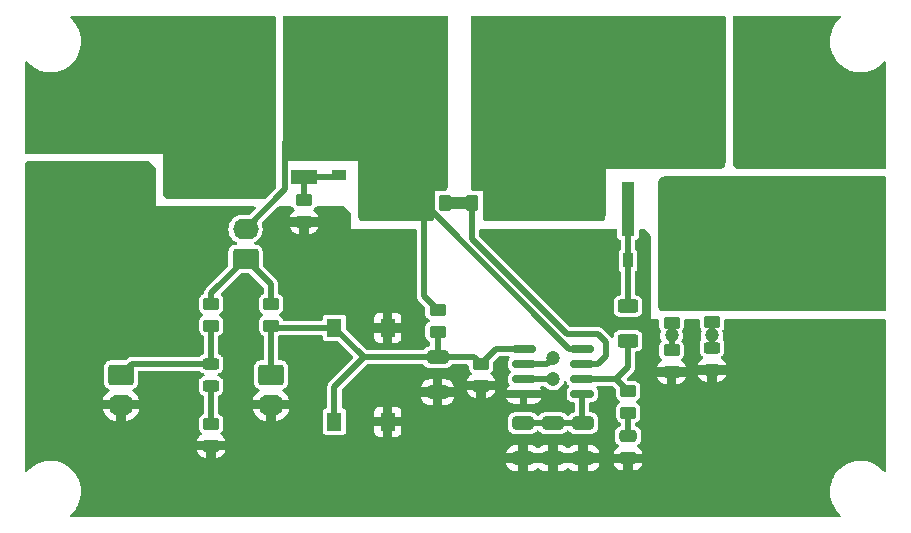
<source format=gbr>
%TF.GenerationSoftware,KiCad,Pcbnew,6.0.4-6f826c9f35~116~ubuntu21.10.1*%
%TF.CreationDate,2022-04-20T18:46:37+02:00*%
%TF.ProjectId,Carte_protection,43617274-655f-4707-926f-74656374696f,V.1.0*%
%TF.SameCoordinates,Original*%
%TF.FileFunction,Copper,L1,Top*%
%TF.FilePolarity,Positive*%
%FSLAX46Y46*%
G04 Gerber Fmt 4.6, Leading zero omitted, Abs format (unit mm)*
G04 Created by KiCad (PCBNEW 6.0.4-6f826c9f35~116~ubuntu21.10.1) date 2022-04-20 18:46:37*
%MOMM*%
%LPD*%
G01*
G04 APERTURE LIST*
G04 Aperture macros list*
%AMRoundRect*
0 Rectangle with rounded corners*
0 $1 Rounding radius*
0 $2 $3 $4 $5 $6 $7 $8 $9 X,Y pos of 4 corners*
0 Add a 4 corners polygon primitive as box body*
4,1,4,$2,$3,$4,$5,$6,$7,$8,$9,$2,$3,0*
0 Add four circle primitives for the rounded corners*
1,1,$1+$1,$2,$3*
1,1,$1+$1,$4,$5*
1,1,$1+$1,$6,$7*
1,1,$1+$1,$8,$9*
0 Add four rect primitives between the rounded corners*
20,1,$1+$1,$2,$3,$4,$5,0*
20,1,$1+$1,$4,$5,$6,$7,0*
20,1,$1+$1,$6,$7,$8,$9,0*
20,1,$1+$1,$8,$9,$2,$3,0*%
G04 Aperture macros list end*
%TA.AperFunction,SMDPad,CuDef*%
%ADD10RoundRect,0.250000X0.450000X-0.262500X0.450000X0.262500X-0.450000X0.262500X-0.450000X-0.262500X0*%
%TD*%
%TA.AperFunction,SMDPad,CuDef*%
%ADD11RoundRect,0.250000X-0.650000X0.325000X-0.650000X-0.325000X0.650000X-0.325000X0.650000X0.325000X0*%
%TD*%
%TA.AperFunction,SMDPad,CuDef*%
%ADD12RoundRect,0.243750X0.456250X-0.243750X0.456250X0.243750X-0.456250X0.243750X-0.456250X-0.243750X0*%
%TD*%
%TA.AperFunction,SMDPad,CuDef*%
%ADD13RoundRect,0.250000X-0.262500X-0.450000X0.262500X-0.450000X0.262500X0.450000X-0.262500X0.450000X0*%
%TD*%
%TA.AperFunction,SMDPad,CuDef*%
%ADD14R,1.800000X2.500000*%
%TD*%
%TA.AperFunction,SMDPad,CuDef*%
%ADD15R,0.900000X1.200000*%
%TD*%
%TA.AperFunction,SMDPad,CuDef*%
%ADD16RoundRect,0.250000X-0.475000X0.250000X-0.475000X-0.250000X0.475000X-0.250000X0.475000X0.250000X0*%
%TD*%
%TA.AperFunction,SMDPad,CuDef*%
%ADD17RoundRect,0.250000X0.362500X1.075000X-0.362500X1.075000X-0.362500X-1.075000X0.362500X-1.075000X0*%
%TD*%
%TA.AperFunction,SMDPad,CuDef*%
%ADD18R,2.200000X1.200000*%
%TD*%
%TA.AperFunction,SMDPad,CuDef*%
%ADD19R,6.400000X5.800000*%
%TD*%
%TA.AperFunction,ComponentPad*%
%ADD20RoundRect,0.250000X-0.845000X0.620000X-0.845000X-0.620000X0.845000X-0.620000X0.845000X0.620000X0*%
%TD*%
%TA.AperFunction,ComponentPad*%
%ADD21O,2.190000X1.740000*%
%TD*%
%TA.AperFunction,ComponentPad*%
%ADD22RoundRect,0.250000X-1.800000X1.330000X-1.800000X-1.330000X1.800000X-1.330000X1.800000X1.330000X0*%
%TD*%
%TA.AperFunction,ComponentPad*%
%ADD23O,4.100000X3.160000*%
%TD*%
%TA.AperFunction,SMDPad,CuDef*%
%ADD24RoundRect,0.250000X-0.550000X1.500000X-0.550000X-1.500000X0.550000X-1.500000X0.550000X1.500000X0*%
%TD*%
%TA.AperFunction,SMDPad,CuDef*%
%ADD25RoundRect,0.250000X0.625000X-0.312500X0.625000X0.312500X-0.625000X0.312500X-0.625000X-0.312500X0*%
%TD*%
%TA.AperFunction,SMDPad,CuDef*%
%ADD26RoundRect,0.150000X-0.825000X-0.150000X0.825000X-0.150000X0.825000X0.150000X-0.825000X0.150000X0*%
%TD*%
%TA.AperFunction,ComponentPad*%
%ADD27RoundRect,0.250000X0.845000X-0.620000X0.845000X0.620000X-0.845000X0.620000X-0.845000X-0.620000X0*%
%TD*%
%TA.AperFunction,SMDPad,CuDef*%
%ADD28R,1.200000X0.900000*%
%TD*%
%TA.AperFunction,SMDPad,CuDef*%
%ADD29R,1.100000X4.600000*%
%TD*%
%TA.AperFunction,SMDPad,CuDef*%
%ADD30R,10.800000X9.400000*%
%TD*%
%TA.AperFunction,ComponentPad*%
%ADD31RoundRect,0.250000X1.800000X-1.330000X1.800000X1.330000X-1.800000X1.330000X-1.800000X-1.330000X0*%
%TD*%
%TA.AperFunction,SMDPad,CuDef*%
%ADD32R,1.300000X1.550000*%
%TD*%
%TA.AperFunction,ViaPad*%
%ADD33C,1.200000*%
%TD*%
%TA.AperFunction,Conductor*%
%ADD34C,0.500000*%
%TD*%
%TA.AperFunction,Conductor*%
%ADD35C,1.000000*%
%TD*%
G04 APERTURE END LIST*
D10*
X161544000Y-130730000D03*
X161544000Y-128905000D03*
D11*
X193033735Y-128842986D03*
X193033735Y-131792986D03*
D12*
X203962000Y-124317500D03*
X203962000Y-122442500D03*
D11*
X187953735Y-128842986D03*
X187953735Y-131792986D03*
D13*
X179554500Y-110236000D03*
X181379500Y-110236000D03*
D12*
X161544000Y-125675000D03*
X161544000Y-123800000D03*
D14*
X208280000Y-118015000D03*
X208280000Y-122015000D03*
D10*
X180721000Y-121078000D03*
X180721000Y-119253000D03*
D13*
X183618500Y-110236000D03*
X185443500Y-110236000D03*
D15*
X196850000Y-115062000D03*
X200150000Y-115062000D03*
D16*
X196850000Y-129921000D03*
X196850000Y-131821000D03*
D17*
X184811500Y-107188000D03*
X180186500Y-107188000D03*
D18*
X169427000Y-107967500D03*
D19*
X163127000Y-105687500D03*
D18*
X169427000Y-103407500D03*
D20*
X153924000Y-124737500D03*
D21*
X153924000Y-127277500D03*
D22*
X152295000Y-104417500D03*
D23*
X152295000Y-108377500D03*
D24*
X214630000Y-117315000D03*
X214630000Y-122715000D03*
D10*
X203962000Y-120292500D03*
X203962000Y-118467500D03*
X200533000Y-124507000D03*
X200533000Y-122682000D03*
D25*
X196850000Y-121858500D03*
X196850000Y-118933500D03*
D26*
X188025000Y-122555000D03*
X188025000Y-123825000D03*
X188025000Y-125095000D03*
X188025000Y-126365000D03*
X192975000Y-126365000D03*
X192975000Y-125095000D03*
X192975000Y-123825000D03*
X192975000Y-122555000D03*
D11*
X180721000Y-123262500D03*
X180721000Y-126212500D03*
D10*
X169418000Y-111807000D03*
X169418000Y-109982000D03*
D11*
X190493735Y-128842986D03*
X190493735Y-131792986D03*
D27*
X164465000Y-114935000D03*
D21*
X164465000Y-112395000D03*
D28*
X172339000Y-104544500D03*
X172339000Y-107844500D03*
D10*
X200533000Y-120316000D03*
X200533000Y-118491000D03*
D29*
X196850000Y-110677000D03*
D30*
X199390000Y-101527000D03*
D29*
X201930000Y-110677000D03*
D10*
X184404000Y-125650000D03*
X184404000Y-123825000D03*
X196850000Y-127936000D03*
X196850000Y-126111000D03*
D31*
X212195000Y-109614806D03*
D23*
X212195000Y-105654806D03*
D10*
X161544000Y-120570000D03*
X161544000Y-118745000D03*
D32*
X176494000Y-120762500D03*
X176494000Y-128712500D03*
X171994000Y-120762500D03*
X171994000Y-128712500D03*
D20*
X166624000Y-124737500D03*
D21*
X166624000Y-127277500D03*
D10*
X166624000Y-120570000D03*
X166624000Y-118745000D03*
D33*
X179705000Y-128270000D03*
X161290000Y-133985000D03*
X205740000Y-125095000D03*
X187325000Y-134620000D03*
X174625000Y-127635000D03*
X167640000Y-113665000D03*
X171450000Y-113665000D03*
X200660000Y-126365000D03*
X168275000Y-129540000D03*
X182245000Y-128270000D03*
X152400000Y-129540000D03*
X175260000Y-118745000D03*
X197485000Y-134620000D03*
X177800000Y-126365000D03*
X168910000Y-113665000D03*
X192405000Y-134620000D03*
X164465000Y-129540000D03*
X176530000Y-126365000D03*
X213995000Y-102235000D03*
X210185000Y-100965000D03*
X213360000Y-125730000D03*
X207645000Y-104775000D03*
X186055000Y-134620000D03*
X210185000Y-123825000D03*
X215265000Y-100965000D03*
X215900000Y-125730000D03*
X186055000Y-130175000D03*
X217170000Y-125730000D03*
X156210000Y-129540000D03*
X207010000Y-125095000D03*
X216535000Y-104775000D03*
X186055000Y-128905000D03*
X153670000Y-129540000D03*
X212090000Y-125095000D03*
X205740000Y-126365000D03*
X162560000Y-132715000D03*
X215265000Y-103505000D03*
X196215000Y-134620000D03*
X208280000Y-125095000D03*
X151130000Y-128270000D03*
X217170000Y-124460000D03*
X215265000Y-104775000D03*
X210185000Y-102235000D03*
X183515000Y-127635000D03*
X209550000Y-125095000D03*
X151130000Y-129540000D03*
X208915000Y-100965000D03*
X160020000Y-132715000D03*
X177800000Y-118745000D03*
X188595000Y-134620000D03*
X210820000Y-125095000D03*
X194945000Y-134620000D03*
X211455000Y-102235000D03*
X212725000Y-100965000D03*
X212090000Y-123825000D03*
X207645000Y-102235000D03*
X216535000Y-106045000D03*
X216535000Y-103505000D03*
X193675000Y-134620000D03*
X175260000Y-126365000D03*
X154940000Y-129540000D03*
X214630000Y-125730000D03*
X208915000Y-102235000D03*
X201930000Y-126365000D03*
X161290000Y-132715000D03*
X211455000Y-100965000D03*
X176530000Y-117475000D03*
X206375000Y-123825000D03*
X207645000Y-106045000D03*
X208915000Y-103505000D03*
X213995000Y-100965000D03*
X168910000Y-128270000D03*
X215265000Y-102235000D03*
X178435000Y-127635000D03*
X191135000Y-134620000D03*
X176530000Y-118745000D03*
X180975000Y-128270000D03*
X199390000Y-126365000D03*
X189865000Y-134620000D03*
X208915000Y-104775000D03*
X203200000Y-126365000D03*
X170180000Y-113665000D03*
X208915000Y-106045000D03*
X198755000Y-134620000D03*
X212725000Y-102235000D03*
X163830000Y-128270000D03*
X215265000Y-106045000D03*
X184785000Y-127635000D03*
X216535000Y-102235000D03*
X207645000Y-103505000D03*
X156210000Y-128270000D03*
X204470000Y-126365000D03*
X167005000Y-129540000D03*
X186055000Y-127635000D03*
X165735000Y-129540000D03*
X190500000Y-125095000D03*
X203962000Y-121412000D03*
X200533000Y-121412000D03*
X190500000Y-123317000D03*
D34*
X183841500Y-123262500D02*
X184404000Y-123825000D01*
X180721000Y-123262500D02*
X183841500Y-123262500D01*
X180721000Y-123262500D02*
X180721000Y-121078000D01*
X171994000Y-120762500D02*
X174494000Y-123262500D01*
X171994000Y-125762500D02*
X174494000Y-123262500D01*
X166624000Y-120570000D02*
X166816500Y-120762500D01*
X185674000Y-122555000D02*
X184404000Y-123825000D01*
X166624000Y-124737500D02*
X166624000Y-120570000D01*
X188025000Y-122555000D02*
X185674000Y-122555000D01*
X166816500Y-120762500D02*
X171994000Y-120762500D01*
X174494000Y-123262500D02*
X180721000Y-123262500D01*
X171994000Y-128712500D02*
X171994000Y-125762500D01*
X192975000Y-126365000D02*
X192975000Y-128784251D01*
X187953735Y-128842986D02*
X190493735Y-128842986D01*
X192975000Y-128784251D02*
X193033735Y-128842986D01*
X190493735Y-128842986D02*
X193033735Y-128842986D01*
X196850000Y-127936000D02*
X196850000Y-129921000D01*
X169418000Y-109982000D02*
X169418000Y-107976500D01*
X172216000Y-107967500D02*
X172339000Y-107844500D01*
X169427000Y-107967500D02*
X172216000Y-107967500D01*
X169418000Y-107976500D02*
X169427000Y-107967500D01*
X191873500Y-122555000D02*
X179554500Y-110236000D01*
X179554500Y-118086500D02*
X180721000Y-119253000D01*
X167827489Y-105007011D02*
X169427000Y-103407500D01*
X192975000Y-122555000D02*
X191873500Y-122555000D01*
X179554500Y-110236000D02*
X179554500Y-118086500D01*
X167827489Y-109032511D02*
X167827489Y-105007011D01*
X164465000Y-112395000D02*
X167827489Y-109032511D01*
X196850000Y-118933500D02*
X196850000Y-115062000D01*
X196850000Y-115062000D02*
X196850000Y-110677000D01*
X188025000Y-125095000D02*
X190500000Y-125095000D01*
X203962000Y-120292500D02*
X203962000Y-122442500D01*
X189992000Y-123825000D02*
X190500000Y-123317000D01*
X188025000Y-123825000D02*
X189992000Y-123825000D01*
X200533000Y-120316000D02*
X200533000Y-122682000D01*
X195834000Y-125095000D02*
X196850000Y-126111000D01*
X192975000Y-125095000D02*
X195834000Y-125095000D01*
X196850000Y-121858500D02*
X196850000Y-124079000D01*
X196850000Y-124079000D02*
X195834000Y-125095000D01*
D35*
X181379500Y-110236000D02*
X183618500Y-110236000D01*
D34*
X194945000Y-123190000D02*
X194945000Y-121958221D01*
X194945000Y-121958221D02*
X194271779Y-121285000D01*
X191663482Y-121285000D02*
X183618500Y-113240018D01*
X194310000Y-123825000D02*
X194945000Y-123190000D01*
X183618500Y-113240018D02*
X183618500Y-110236000D01*
X192975000Y-123825000D02*
X194310000Y-123825000D01*
X194271779Y-121285000D02*
X191663482Y-121285000D01*
X161544000Y-117856000D02*
X164465000Y-114935000D01*
X166624000Y-117094000D02*
X164465000Y-114935000D01*
X166624000Y-118745000D02*
X166624000Y-117094000D01*
X161544000Y-118745000D02*
X161544000Y-117856000D01*
X154861500Y-123800000D02*
X153924000Y-124737500D01*
X161544000Y-123800000D02*
X154861500Y-123800000D01*
X161544000Y-120570000D02*
X161544000Y-123800000D01*
X161544000Y-128905000D02*
X161544000Y-125675000D01*
%TA.AperFunction,Conductor*%
G36*
X205042940Y-94350502D02*
G01*
X205089433Y-94404158D01*
X205099741Y-94440054D01*
X205103922Y-94471812D01*
X205105000Y-94488258D01*
X205105000Y-106806742D01*
X205103922Y-106823188D01*
X205090128Y-106927963D01*
X205081615Y-106959735D01*
X205044361Y-107049674D01*
X205027914Y-107078160D01*
X204968651Y-107155393D01*
X204945393Y-107178651D01*
X204868160Y-107237914D01*
X204839674Y-107254361D01*
X204749735Y-107291615D01*
X204717963Y-107300128D01*
X204613188Y-107313922D01*
X204596742Y-107315000D01*
X194945000Y-107315000D01*
X194945000Y-111251742D01*
X194943922Y-111268188D01*
X194930128Y-111372963D01*
X194921615Y-111404735D01*
X194884361Y-111494674D01*
X194867914Y-111523160D01*
X194808651Y-111600393D01*
X194785393Y-111623651D01*
X194708160Y-111682914D01*
X194679674Y-111699361D01*
X194589735Y-111736615D01*
X194557963Y-111745128D01*
X194453188Y-111758922D01*
X194436742Y-111760000D01*
X185039258Y-111760000D01*
X185022812Y-111758922D01*
X184918037Y-111745128D01*
X184886265Y-111736615D01*
X184796326Y-111699361D01*
X184767840Y-111682914D01*
X184690607Y-111623651D01*
X184667349Y-111600393D01*
X184608086Y-111523160D01*
X184591639Y-111494674D01*
X184554385Y-111404735D01*
X184545872Y-111372963D01*
X184532078Y-111268188D01*
X184531000Y-111251742D01*
X184531000Y-109220000D01*
X184083739Y-109220000D01*
X184045392Y-109204116D01*
X184045389Y-109204115D01*
X184037762Y-109200956D01*
X183920361Y-109185500D01*
X183868494Y-109185500D01*
X183820277Y-109175909D01*
X183780324Y-109159360D01*
X183751840Y-109142914D01*
X183674607Y-109083651D01*
X183651349Y-109060393D01*
X183592086Y-108983160D01*
X183575639Y-108954674D01*
X183538385Y-108864735D01*
X183529872Y-108832963D01*
X183516078Y-108728188D01*
X183515000Y-108711742D01*
X183515000Y-94488258D01*
X183516078Y-94471812D01*
X183520259Y-94440054D01*
X183548981Y-94375127D01*
X183608247Y-94336035D01*
X183645181Y-94330500D01*
X204974819Y-94330500D01*
X205042940Y-94350502D01*
G37*
%TD.AperFunction*%
%TA.AperFunction,Conductor*%
G36*
X156360931Y-106700002D02*
G01*
X156381905Y-106716905D01*
X156808095Y-107143095D01*
X156842121Y-107205407D01*
X156845000Y-107232190D01*
X156845000Y-110490000D01*
X165216575Y-110490000D01*
X165284696Y-110510002D01*
X165331189Y-110563658D01*
X165341293Y-110633932D01*
X165311799Y-110698512D01*
X165305670Y-110705095D01*
X164872903Y-111137862D01*
X164810591Y-111171888D01*
X164779189Y-111174345D01*
X164779180Y-111174657D01*
X164777379Y-111174605D01*
X164775556Y-111174500D01*
X164184726Y-111174500D01*
X164181939Y-111174749D01*
X164181933Y-111174749D01*
X164114152Y-111180798D01*
X164022995Y-111188934D01*
X164017581Y-111190415D01*
X164017576Y-111190416D01*
X163924998Y-111215743D01*
X163812848Y-111246424D01*
X163807790Y-111248836D01*
X163807786Y-111248838D01*
X163714526Y-111293321D01*
X163616204Y-111340218D01*
X163439277Y-111467353D01*
X163287660Y-111623810D01*
X163166145Y-111804643D01*
X163078573Y-112004137D01*
X163027713Y-112215985D01*
X163026784Y-112232100D01*
X163017204Y-112398257D01*
X163015172Y-112433492D01*
X163041346Y-112649782D01*
X163105408Y-112858019D01*
X163107978Y-112862999D01*
X163107980Y-112863003D01*
X163183964Y-113010218D01*
X163205333Y-113051620D01*
X163337962Y-113224466D01*
X163499104Y-113371094D01*
X163503858Y-113374076D01*
X163675527Y-113481764D01*
X163722605Y-113534907D01*
X163733477Y-113605066D01*
X163704693Y-113669966D01*
X163645391Y-113709001D01*
X163608571Y-113714501D01*
X163580640Y-113714501D01*
X163576556Y-113715039D01*
X163576550Y-113715039D01*
X163471425Y-113728878D01*
X163471423Y-113728878D01*
X163463238Y-113729956D01*
X163317159Y-113790464D01*
X163191718Y-113886718D01*
X163095464Y-114012159D01*
X163034956Y-114158238D01*
X163019500Y-114275639D01*
X163019500Y-114279761D01*
X163019501Y-115479074D01*
X162999499Y-115547195D01*
X162982596Y-115568169D01*
X161153062Y-117397703D01*
X161140672Y-117408570D01*
X161115718Y-117427718D01*
X161091550Y-117459215D01*
X161019464Y-117553159D01*
X160958956Y-117699238D01*
X160957878Y-117707426D01*
X160942103Y-117827250D01*
X160913381Y-117892177D01*
X160865400Y-117927212D01*
X160791159Y-117957964D01*
X160715254Y-118016208D01*
X160674944Y-118047139D01*
X160665718Y-118054218D01*
X160569464Y-118179659D01*
X160508956Y-118325738D01*
X160493500Y-118443139D01*
X160493501Y-119046860D01*
X160494039Y-119050944D01*
X160494039Y-119050950D01*
X160494749Y-119056341D01*
X160508956Y-119164262D01*
X160569464Y-119310341D01*
X160665718Y-119435782D01*
X160791159Y-119532036D01*
X160813020Y-119541091D01*
X160868301Y-119585639D01*
X160890722Y-119653002D01*
X160873164Y-119721794D01*
X160821202Y-119770172D01*
X160813023Y-119773908D01*
X160791159Y-119782964D01*
X160665718Y-119879218D01*
X160569464Y-120004659D01*
X160508956Y-120150738D01*
X160493500Y-120268139D01*
X160493501Y-120871860D01*
X160494039Y-120875944D01*
X160494039Y-120875950D01*
X160507878Y-120981074D01*
X160508956Y-120989262D01*
X160569464Y-121135341D01*
X160665718Y-121260782D01*
X160791159Y-121357036D01*
X160865719Y-121387920D01*
X160920999Y-121432467D01*
X160943500Y-121504328D01*
X160943500Y-122888598D01*
X160923498Y-122956719D01*
X160865717Y-123005007D01*
X160795693Y-123034011D01*
X160795688Y-123034014D01*
X160788061Y-123037173D01*
X160781510Y-123042200D01*
X160781508Y-123042201D01*
X160704539Y-123101262D01*
X160663926Y-123132426D01*
X160651572Y-123148526D01*
X160650283Y-123150206D01*
X160592945Y-123192072D01*
X160550322Y-123199500D01*
X154909119Y-123199500D01*
X154892673Y-123198422D01*
X154869688Y-123195396D01*
X154861500Y-123194318D01*
X154776564Y-123205500D01*
X154704738Y-123214956D01*
X154558659Y-123275464D01*
X154433218Y-123371718D01*
X154428195Y-123378264D01*
X154414071Y-123396671D01*
X154403203Y-123409062D01*
X154332170Y-123480095D01*
X154269858Y-123514121D01*
X154243075Y-123517000D01*
X153131572Y-123517001D01*
X153039640Y-123517001D01*
X153035556Y-123517539D01*
X153035550Y-123517539D01*
X152930425Y-123531378D01*
X152930423Y-123531378D01*
X152922238Y-123532456D01*
X152776159Y-123592964D01*
X152700836Y-123650761D01*
X152668041Y-123675926D01*
X152650718Y-123689218D01*
X152645695Y-123695764D01*
X152638244Y-123705474D01*
X152554464Y-123814659D01*
X152493956Y-123960738D01*
X152492878Y-123968925D01*
X152492878Y-123968926D01*
X152487648Y-124008656D01*
X152478500Y-124078139D01*
X152478501Y-125396860D01*
X152479039Y-125400944D01*
X152479039Y-125400950D01*
X152490609Y-125488837D01*
X152493956Y-125514262D01*
X152554464Y-125660341D01*
X152650718Y-125785782D01*
X152657264Y-125790805D01*
X152671673Y-125801861D01*
X152776159Y-125882036D01*
X152881730Y-125925765D01*
X152886223Y-125927626D01*
X152941504Y-125972174D01*
X152963925Y-126039538D01*
X152946367Y-126108329D01*
X152908372Y-126148555D01*
X152836844Y-126196710D01*
X152828559Y-126203371D01*
X152667070Y-126357424D01*
X152660021Y-126365392D01*
X152526797Y-126544452D01*
X152521198Y-126553482D01*
X152420046Y-126752434D01*
X152416045Y-126762287D01*
X152385643Y-126860198D01*
X152385424Y-126874299D01*
X152392156Y-126877500D01*
X155454515Y-126877500D01*
X155468046Y-126873527D01*
X155468850Y-126867930D01*
X155389712Y-126667539D01*
X155384985Y-126658017D01*
X155269204Y-126467215D01*
X155262938Y-126458622D01*
X155116667Y-126290059D01*
X155109036Y-126282639D01*
X154934598Y-126139608D01*
X154894603Y-126080948D01*
X154892672Y-126009978D01*
X154929416Y-125949230D01*
X154966270Y-125925765D01*
X155071841Y-125882036D01*
X155176327Y-125801861D01*
X155190736Y-125790805D01*
X155197282Y-125785782D01*
X155293536Y-125660341D01*
X155348561Y-125527499D01*
X155350884Y-125521891D01*
X155350884Y-125521890D01*
X155354044Y-125514262D01*
X155369500Y-125396861D01*
X155369499Y-124526500D01*
X155389501Y-124458379D01*
X155443157Y-124411886D01*
X155495499Y-124400500D01*
X160550322Y-124400500D01*
X160618443Y-124420502D01*
X160650282Y-124449794D01*
X160663926Y-124467574D01*
X160670476Y-124472600D01*
X160770232Y-124549146D01*
X160788061Y-124562827D01*
X160864853Y-124594635D01*
X160928723Y-124621091D01*
X160984004Y-124665639D01*
X161006425Y-124733003D01*
X160988867Y-124801794D01*
X160936905Y-124850172D01*
X160928723Y-124853909D01*
X160788061Y-124912173D01*
X160781510Y-124917200D01*
X160781508Y-124917201D01*
X160762092Y-124932100D01*
X160663926Y-125007426D01*
X160658900Y-125013976D01*
X160593304Y-125099462D01*
X160568673Y-125131561D01*
X160546913Y-125184095D01*
X160512732Y-125266616D01*
X160508795Y-125276120D01*
X160507717Y-125284308D01*
X160506473Y-125293761D01*
X160493500Y-125392298D01*
X160493500Y-125957702D01*
X160494038Y-125961788D01*
X160494038Y-125961789D01*
X160498450Y-125995304D01*
X160508795Y-126073880D01*
X160568673Y-126218439D01*
X160573700Y-126224990D01*
X160573701Y-126224992D01*
X160617936Y-126282639D01*
X160663926Y-126342574D01*
X160670476Y-126347600D01*
X160760854Y-126416950D01*
X160788061Y-126437827D01*
X160795688Y-126440986D01*
X160795693Y-126440989D01*
X160865717Y-126469993D01*
X160920999Y-126514541D01*
X160943500Y-126586402D01*
X160943500Y-127970672D01*
X160923498Y-128038793D01*
X160865719Y-128087080D01*
X160791159Y-128117964D01*
X160665718Y-128214218D01*
X160569464Y-128339659D01*
X160508956Y-128485738D01*
X160493500Y-128603139D01*
X160493501Y-129206860D01*
X160508956Y-129324262D01*
X160569464Y-129470341D01*
X160665718Y-129595782D01*
X160672264Y-129600805D01*
X160672265Y-129600806D01*
X160697929Y-129620498D01*
X160739798Y-129677835D01*
X160744021Y-129748706D01*
X160709258Y-129810610D01*
X160687531Y-129827606D01*
X160626190Y-129865566D01*
X160614792Y-129874599D01*
X160500261Y-129989329D01*
X160491249Y-130000740D01*
X160406184Y-130138743D01*
X160400037Y-130151924D01*
X160348861Y-130306212D01*
X160347169Y-130314107D01*
X160349502Y-130326676D01*
X160361738Y-130330000D01*
X162724843Y-130330000D01*
X162739160Y-130325796D01*
X162740974Y-130314732D01*
X162738851Y-130304900D01*
X162687412Y-130150716D01*
X162681239Y-130137538D01*
X162595937Y-129999693D01*
X162586901Y-129988292D01*
X162472171Y-129873761D01*
X162460760Y-129864749D01*
X162400673Y-129827711D01*
X162353180Y-129774939D01*
X162341756Y-129704867D01*
X162370030Y-129639743D01*
X162390084Y-129620489D01*
X162415735Y-129600806D01*
X162415736Y-129600805D01*
X162422282Y-129595782D01*
X162518536Y-129470341D01*
X162579044Y-129324262D01*
X162594500Y-129206861D01*
X162594499Y-128603140D01*
X162591888Y-128583302D01*
X162580122Y-128493925D01*
X162580122Y-128493923D01*
X162579044Y-128485738D01*
X162518536Y-128339659D01*
X162422282Y-128214218D01*
X162296841Y-128117964D01*
X162222281Y-128087080D01*
X162167001Y-128042533D01*
X162144500Y-127970672D01*
X162144500Y-127687070D01*
X165079150Y-127687070D01*
X165158288Y-127887461D01*
X165163015Y-127896983D01*
X165278796Y-128087785D01*
X165285062Y-128096378D01*
X165431333Y-128264941D01*
X165438964Y-128272361D01*
X165611542Y-128413868D01*
X165620309Y-128419893D01*
X165814262Y-128530297D01*
X165823926Y-128534762D01*
X166033711Y-128610910D01*
X166043979Y-128613681D01*
X166206174Y-128643011D01*
X166219413Y-128641593D01*
X166223823Y-128627518D01*
X167024000Y-128627518D01*
X167028310Y-128642196D01*
X167040193Y-128644259D01*
X167076707Y-128641161D01*
X167087179Y-128639371D01*
X167303202Y-128583302D01*
X167313242Y-128579766D01*
X167516732Y-128488101D01*
X167526018Y-128482932D01*
X167711155Y-128358290D01*
X167719441Y-128351629D01*
X167880930Y-128197576D01*
X167887979Y-128189608D01*
X168021203Y-128010548D01*
X168026802Y-128001518D01*
X168127954Y-127802566D01*
X168131955Y-127792713D01*
X168162357Y-127694802D01*
X168162576Y-127680701D01*
X168155844Y-127677500D01*
X167042115Y-127677500D01*
X167026876Y-127681975D01*
X167025671Y-127683365D01*
X167024000Y-127691048D01*
X167024000Y-128627518D01*
X166223823Y-128627518D01*
X166224000Y-128626954D01*
X166224000Y-127695615D01*
X166219525Y-127680376D01*
X166218135Y-127679171D01*
X166210452Y-127677500D01*
X165093485Y-127677500D01*
X165079954Y-127681473D01*
X165079150Y-127687070D01*
X162144500Y-127687070D01*
X162144500Y-126586402D01*
X162164502Y-126518281D01*
X162222283Y-126469993D01*
X162292307Y-126440989D01*
X162292312Y-126440986D01*
X162299939Y-126437827D01*
X162327147Y-126416950D01*
X162417524Y-126347600D01*
X162424074Y-126342574D01*
X162470064Y-126282639D01*
X162514299Y-126224992D01*
X162514300Y-126224990D01*
X162519327Y-126218439D01*
X162579205Y-126073880D01*
X162589550Y-125995304D01*
X162593962Y-125961789D01*
X162593962Y-125961788D01*
X162594500Y-125957702D01*
X162594500Y-125392298D01*
X162581528Y-125293761D01*
X162580283Y-125284308D01*
X162579205Y-125276120D01*
X162575269Y-125266616D01*
X162541087Y-125184095D01*
X162519327Y-125131561D01*
X162494697Y-125099462D01*
X162429100Y-125013976D01*
X162424074Y-125007426D01*
X162325908Y-124932100D01*
X162306492Y-124917201D01*
X162306490Y-124917200D01*
X162299939Y-124912173D01*
X162159277Y-124853909D01*
X162103996Y-124809361D01*
X162081575Y-124741997D01*
X162099133Y-124673206D01*
X162151095Y-124624828D01*
X162159277Y-124621091D01*
X162223147Y-124594635D01*
X162299939Y-124562827D01*
X162317769Y-124549146D01*
X162417524Y-124472600D01*
X162424074Y-124467574D01*
X162437717Y-124449794D01*
X162514299Y-124349992D01*
X162514300Y-124349990D01*
X162519327Y-124343439D01*
X162557248Y-124251890D01*
X162576045Y-124206510D01*
X162576046Y-124206507D01*
X162579205Y-124198880D01*
X162580637Y-124188000D01*
X162593962Y-124086789D01*
X162593962Y-124086788D01*
X162594500Y-124082702D01*
X162594500Y-123517298D01*
X162591828Y-123496998D01*
X162580283Y-123409308D01*
X162579205Y-123401120D01*
X162575014Y-123391000D01*
X162544550Y-123317454D01*
X162519327Y-123256561D01*
X162512253Y-123247341D01*
X162429100Y-123138976D01*
X162424074Y-123132426D01*
X162383461Y-123101262D01*
X162306492Y-123042201D01*
X162306490Y-123042200D01*
X162299939Y-123037173D01*
X162292312Y-123034014D01*
X162292307Y-123034011D01*
X162222283Y-123005007D01*
X162167001Y-122960459D01*
X162144500Y-122888598D01*
X162144500Y-121504328D01*
X162164502Y-121436207D01*
X162222281Y-121387920D01*
X162296841Y-121357036D01*
X162422282Y-121260782D01*
X162518536Y-121135341D01*
X162579044Y-120989262D01*
X162584734Y-120946039D01*
X162593962Y-120875948D01*
X162593962Y-120875947D01*
X162594500Y-120871861D01*
X162594499Y-120268140D01*
X162590448Y-120237361D01*
X162580122Y-120158925D01*
X162580122Y-120158923D01*
X162579044Y-120150738D01*
X162518536Y-120004659D01*
X162422282Y-119879218D01*
X162296841Y-119782964D01*
X162274980Y-119773909D01*
X162219699Y-119729361D01*
X162197278Y-119661998D01*
X162214836Y-119593206D01*
X162266798Y-119544828D01*
X162274980Y-119541091D01*
X162296841Y-119532036D01*
X162422282Y-119435782D01*
X162518536Y-119310341D01*
X162579044Y-119164262D01*
X162586987Y-119103925D01*
X162593962Y-119050948D01*
X162593962Y-119050947D01*
X162594500Y-119046861D01*
X162594499Y-118443140D01*
X162589955Y-118408616D01*
X162580122Y-118333925D01*
X162580122Y-118333923D01*
X162579044Y-118325738D01*
X162518536Y-118179659D01*
X162422282Y-118054218D01*
X162415736Y-118049195D01*
X162415732Y-118049191D01*
X162407672Y-118043006D01*
X162365807Y-117985667D01*
X162361587Y-117914796D01*
X162395284Y-117853951D01*
X164056830Y-116192405D01*
X164119142Y-116158379D01*
X164145925Y-116155500D01*
X164465000Y-116155500D01*
X164784074Y-116155499D01*
X164852195Y-116175501D01*
X164873169Y-116192404D01*
X165986595Y-117305830D01*
X166020621Y-117368142D01*
X166023500Y-117394925D01*
X166023500Y-117810672D01*
X166003498Y-117878793D01*
X165945719Y-117927080D01*
X165871159Y-117957964D01*
X165795254Y-118016208D01*
X165754944Y-118047139D01*
X165745718Y-118054218D01*
X165649464Y-118179659D01*
X165588956Y-118325738D01*
X165573500Y-118443139D01*
X165573501Y-119046860D01*
X165574039Y-119050944D01*
X165574039Y-119050950D01*
X165574749Y-119056341D01*
X165588956Y-119164262D01*
X165649464Y-119310341D01*
X165745718Y-119435782D01*
X165871159Y-119532036D01*
X165893020Y-119541091D01*
X165948301Y-119585639D01*
X165970722Y-119653002D01*
X165953164Y-119721794D01*
X165901202Y-119770172D01*
X165893023Y-119773908D01*
X165871159Y-119782964D01*
X165745718Y-119879218D01*
X165649464Y-120004659D01*
X165588956Y-120150738D01*
X165573500Y-120268139D01*
X165573501Y-120871860D01*
X165574039Y-120875944D01*
X165574039Y-120875950D01*
X165587878Y-120981074D01*
X165588956Y-120989262D01*
X165649464Y-121135341D01*
X165745718Y-121260782D01*
X165871159Y-121357036D01*
X165945719Y-121387920D01*
X166000999Y-121432467D01*
X166023500Y-121504328D01*
X166023500Y-123391001D01*
X166003498Y-123459122D01*
X165949842Y-123505615D01*
X165897500Y-123517001D01*
X165739640Y-123517001D01*
X165735556Y-123517539D01*
X165735550Y-123517539D01*
X165630425Y-123531378D01*
X165630423Y-123531378D01*
X165622238Y-123532456D01*
X165476159Y-123592964D01*
X165400836Y-123650761D01*
X165368041Y-123675926D01*
X165350718Y-123689218D01*
X165345695Y-123695764D01*
X165338244Y-123705474D01*
X165254464Y-123814659D01*
X165193956Y-123960738D01*
X165192878Y-123968925D01*
X165192878Y-123968926D01*
X165187648Y-124008656D01*
X165178500Y-124078139D01*
X165178501Y-125396860D01*
X165179039Y-125400944D01*
X165179039Y-125400950D01*
X165190609Y-125488837D01*
X165193956Y-125514262D01*
X165254464Y-125660341D01*
X165350718Y-125785782D01*
X165357264Y-125790805D01*
X165371673Y-125801861D01*
X165476159Y-125882036D01*
X165581730Y-125925765D01*
X165586223Y-125927626D01*
X165641504Y-125972174D01*
X165663925Y-126039538D01*
X165646367Y-126108329D01*
X165608372Y-126148555D01*
X165536844Y-126196710D01*
X165528559Y-126203371D01*
X165367070Y-126357424D01*
X165360021Y-126365392D01*
X165226797Y-126544452D01*
X165221198Y-126553482D01*
X165120046Y-126752434D01*
X165116045Y-126762287D01*
X165085643Y-126860198D01*
X165085424Y-126874299D01*
X165092156Y-126877500D01*
X168154515Y-126877500D01*
X168168046Y-126873527D01*
X168168850Y-126867930D01*
X168089712Y-126667539D01*
X168084985Y-126658017D01*
X167969204Y-126467215D01*
X167962938Y-126458622D01*
X167816667Y-126290059D01*
X167809036Y-126282639D01*
X167634598Y-126139608D01*
X167594603Y-126080948D01*
X167592672Y-126009978D01*
X167629416Y-125949230D01*
X167666270Y-125925765D01*
X167771841Y-125882036D01*
X167876327Y-125801861D01*
X167890736Y-125790805D01*
X167897282Y-125785782D01*
X167993536Y-125660341D01*
X168048561Y-125527499D01*
X168050884Y-125521891D01*
X168050884Y-125521890D01*
X168054044Y-125514262D01*
X168069500Y-125396861D01*
X168069499Y-124078140D01*
X168068535Y-124070812D01*
X168055122Y-123968925D01*
X168055122Y-123968923D01*
X168054044Y-123960738D01*
X167993536Y-123814659D01*
X167909756Y-123705474D01*
X167902305Y-123695764D01*
X167897282Y-123689218D01*
X167879960Y-123675926D01*
X167847164Y-123650761D01*
X167771841Y-123592964D01*
X167625762Y-123532456D01*
X167596480Y-123528601D01*
X167512448Y-123517538D01*
X167512447Y-123517538D01*
X167508361Y-123517000D01*
X167350500Y-123517000D01*
X167282379Y-123496998D01*
X167235886Y-123443342D01*
X167224500Y-123391000D01*
X167224500Y-121504328D01*
X167244502Y-121436207D01*
X167302283Y-121387919D01*
X167339289Y-121372591D01*
X167387506Y-121363000D01*
X170867500Y-121363000D01*
X170935621Y-121383002D01*
X170982114Y-121436658D01*
X170993500Y-121489000D01*
X170993500Y-121570718D01*
X170994170Y-121575268D01*
X170994170Y-121575271D01*
X170995186Y-121582172D01*
X171003642Y-121639612D01*
X171055068Y-121744355D01*
X171137650Y-121826793D01*
X171147006Y-121831366D01*
X171147007Y-121831367D01*
X171179460Y-121847230D01*
X171242482Y-121878036D01*
X171272973Y-121882484D01*
X171306256Y-121887340D01*
X171306260Y-121887340D01*
X171310782Y-121888000D01*
X172218075Y-121888000D01*
X172286196Y-121908002D01*
X172307170Y-121924905D01*
X173555670Y-123173405D01*
X173589696Y-123235717D01*
X173584631Y-123306532D01*
X173555670Y-123351595D01*
X171603062Y-125304203D01*
X171590672Y-125315070D01*
X171565718Y-125334218D01*
X171513986Y-125401637D01*
X171469464Y-125459659D01*
X171408956Y-125605738D01*
X171388318Y-125762500D01*
X171389396Y-125770688D01*
X171392422Y-125793673D01*
X171393500Y-125810119D01*
X171393500Y-127466013D01*
X171373498Y-127534134D01*
X171319842Y-127580627D01*
X171285851Y-127590669D01*
X171251581Y-127595714D01*
X171251574Y-127595716D01*
X171241888Y-127597142D01*
X171191992Y-127621640D01*
X171146493Y-127643978D01*
X171146491Y-127643979D01*
X171137145Y-127648568D01*
X171054707Y-127731150D01*
X171003464Y-127835982D01*
X171002052Y-127845662D01*
X170994492Y-127897484D01*
X170993500Y-127904282D01*
X170993500Y-129520718D01*
X170994170Y-129525268D01*
X170994170Y-129525271D01*
X171002216Y-129579926D01*
X171003642Y-129589612D01*
X171055068Y-129694355D01*
X171096558Y-129735773D01*
X171128842Y-129768000D01*
X171137650Y-129776793D01*
X171242482Y-129828036D01*
X171272973Y-129832484D01*
X171306256Y-129837340D01*
X171306260Y-129837340D01*
X171310782Y-129838000D01*
X172677218Y-129838000D01*
X172681768Y-129837330D01*
X172681771Y-129837330D01*
X172736426Y-129829284D01*
X172736427Y-129829284D01*
X172746112Y-129827858D01*
X172840804Y-129781367D01*
X172841507Y-129781022D01*
X172841509Y-129781021D01*
X172850855Y-129776432D01*
X172933293Y-129693850D01*
X172984536Y-129589018D01*
X172988984Y-129558527D01*
X172992830Y-129532169D01*
X175336001Y-129532169D01*
X175336371Y-129538990D01*
X175341895Y-129589852D01*
X175345521Y-129605104D01*
X175390676Y-129725554D01*
X175399214Y-129741149D01*
X175475715Y-129843224D01*
X175488276Y-129855785D01*
X175590351Y-129932286D01*
X175605946Y-129940824D01*
X175726394Y-129985978D01*
X175741649Y-129989605D01*
X175792514Y-129995131D01*
X175799328Y-129995500D01*
X176075885Y-129995500D01*
X176091124Y-129991025D01*
X176092329Y-129989635D01*
X176094000Y-129981952D01*
X176094000Y-129977384D01*
X176894000Y-129977384D01*
X176898475Y-129992623D01*
X176899865Y-129993828D01*
X176907548Y-129995499D01*
X177188669Y-129995499D01*
X177195490Y-129995129D01*
X177246352Y-129989605D01*
X177261604Y-129985979D01*
X177382054Y-129940824D01*
X177397649Y-129932286D01*
X177499724Y-129855785D01*
X177512285Y-129843224D01*
X177588786Y-129741149D01*
X177597324Y-129725554D01*
X177642478Y-129605106D01*
X177646105Y-129589851D01*
X177651631Y-129538986D01*
X177652000Y-129532172D01*
X177652000Y-129130615D01*
X177647525Y-129115376D01*
X177646135Y-129114171D01*
X177638452Y-129112500D01*
X176912115Y-129112500D01*
X176896876Y-129116975D01*
X176895671Y-129118365D01*
X176894000Y-129126048D01*
X176894000Y-129977384D01*
X176094000Y-129977384D01*
X176094000Y-129130615D01*
X176089525Y-129115376D01*
X176088135Y-129114171D01*
X176080452Y-129112500D01*
X175354116Y-129112500D01*
X175338877Y-129116975D01*
X175337672Y-129118365D01*
X175336001Y-129126048D01*
X175336001Y-129532169D01*
X172992830Y-129532169D01*
X172993840Y-129525244D01*
X172993840Y-129525240D01*
X172994500Y-129520718D01*
X172994500Y-128294385D01*
X175336000Y-128294385D01*
X175340475Y-128309624D01*
X175341865Y-128310829D01*
X175349548Y-128312500D01*
X176075885Y-128312500D01*
X176091124Y-128308025D01*
X176092329Y-128306635D01*
X176094000Y-128298952D01*
X176094000Y-128294385D01*
X176894000Y-128294385D01*
X176898475Y-128309624D01*
X176899865Y-128310829D01*
X176907548Y-128312500D01*
X177633884Y-128312500D01*
X177649123Y-128308025D01*
X177650328Y-128306635D01*
X177651999Y-128298952D01*
X177651999Y-127892831D01*
X177651629Y-127886010D01*
X177646105Y-127835148D01*
X177642479Y-127819896D01*
X177597324Y-127699446D01*
X177588786Y-127683851D01*
X177512285Y-127581776D01*
X177499724Y-127569215D01*
X177397649Y-127492714D01*
X177382054Y-127484176D01*
X177261606Y-127439022D01*
X177246351Y-127435395D01*
X177195486Y-127429869D01*
X177188672Y-127429500D01*
X176912115Y-127429500D01*
X176896876Y-127433975D01*
X176895671Y-127435365D01*
X176894000Y-127443048D01*
X176894000Y-128294385D01*
X176094000Y-128294385D01*
X176094000Y-127447616D01*
X176089525Y-127432377D01*
X176088135Y-127431172D01*
X176080452Y-127429501D01*
X175799331Y-127429501D01*
X175792510Y-127429871D01*
X175741648Y-127435395D01*
X175726396Y-127439021D01*
X175605946Y-127484176D01*
X175590351Y-127492714D01*
X175488276Y-127569215D01*
X175475715Y-127581776D01*
X175399214Y-127683851D01*
X175390676Y-127699446D01*
X175345522Y-127819894D01*
X175341895Y-127835149D01*
X175336369Y-127886014D01*
X175336000Y-127892828D01*
X175336000Y-128294385D01*
X172994500Y-128294385D01*
X172994500Y-127904282D01*
X172993500Y-127897484D01*
X172985784Y-127845074D01*
X172985784Y-127845073D01*
X172984358Y-127835388D01*
X172932932Y-127730645D01*
X172850350Y-127648207D01*
X172745518Y-127596964D01*
X172702312Y-127590661D01*
X172637792Y-127561035D01*
X172599531Y-127501230D01*
X172594500Y-127465981D01*
X172594500Y-126629261D01*
X179317296Y-126629261D01*
X179323256Y-126686705D01*
X179326149Y-126700102D01*
X179377588Y-126854284D01*
X179383761Y-126867462D01*
X179469063Y-127005307D01*
X179478099Y-127016708D01*
X179592829Y-127131239D01*
X179604240Y-127140251D01*
X179742243Y-127225316D01*
X179755424Y-127231463D01*
X179909710Y-127282638D01*
X179923086Y-127285505D01*
X180017438Y-127295172D01*
X180023854Y-127295500D01*
X180302885Y-127295500D01*
X180318124Y-127291025D01*
X180319329Y-127289635D01*
X180321000Y-127281952D01*
X180321000Y-127277384D01*
X181121000Y-127277384D01*
X181125475Y-127292623D01*
X181126865Y-127293828D01*
X181134548Y-127295499D01*
X181418095Y-127295499D01*
X181424614Y-127295162D01*
X181520206Y-127285243D01*
X181533600Y-127282351D01*
X181687784Y-127230912D01*
X181700962Y-127224739D01*
X181838807Y-127139437D01*
X181850208Y-127130401D01*
X181964739Y-127015671D01*
X181973751Y-127004260D01*
X182058816Y-126866257D01*
X182064963Y-126853076D01*
X182116140Y-126698783D01*
X182119005Y-126685422D01*
X182119881Y-126676871D01*
X186561821Y-126676871D01*
X186589106Y-126770787D01*
X186595353Y-126785223D01*
X186671911Y-126914678D01*
X186681551Y-126927104D01*
X186787896Y-127033449D01*
X186800322Y-127043089D01*
X186929779Y-127119648D01*
X186944210Y-127125893D01*
X187090065Y-127168269D01*
X187102667Y-127170570D01*
X187131084Y-127172807D01*
X187136014Y-127173000D01*
X187706885Y-127173000D01*
X187722124Y-127168525D01*
X187723329Y-127167135D01*
X187725000Y-127159452D01*
X187725000Y-127154884D01*
X188325000Y-127154884D01*
X188329475Y-127170123D01*
X188330865Y-127171328D01*
X188338548Y-127172999D01*
X188913984Y-127172999D01*
X188918920Y-127172805D01*
X188947336Y-127170570D01*
X188959931Y-127168270D01*
X189105790Y-127125893D01*
X189120221Y-127119648D01*
X189249678Y-127043089D01*
X189262104Y-127033449D01*
X189368449Y-126927104D01*
X189378089Y-126914678D01*
X189454647Y-126785223D01*
X189460894Y-126770787D01*
X189486574Y-126682395D01*
X189486534Y-126668295D01*
X189479264Y-126665000D01*
X188343115Y-126665000D01*
X188327876Y-126669475D01*
X188326671Y-126670865D01*
X188325000Y-126678548D01*
X188325000Y-127154884D01*
X187725000Y-127154884D01*
X187725000Y-126683115D01*
X187720525Y-126667876D01*
X187719135Y-126666671D01*
X187711452Y-126665000D01*
X186576487Y-126665000D01*
X186562956Y-126668973D01*
X186561821Y-126676871D01*
X182119881Y-126676871D01*
X182124629Y-126630523D01*
X182121901Y-126615824D01*
X182109666Y-126612500D01*
X181139115Y-126612500D01*
X181123876Y-126616975D01*
X181122671Y-126618365D01*
X181121000Y-126626048D01*
X181121000Y-127277384D01*
X180321000Y-127277384D01*
X180321000Y-126630615D01*
X180316525Y-126615376D01*
X180315135Y-126614171D01*
X180307452Y-126612500D01*
X179333672Y-126612500D01*
X179319355Y-126616704D01*
X179317296Y-126629261D01*
X172594500Y-126629261D01*
X172594500Y-126065268D01*
X183207026Y-126065268D01*
X183209149Y-126075100D01*
X183260588Y-126229284D01*
X183266761Y-126242462D01*
X183352063Y-126380307D01*
X183361099Y-126391708D01*
X183475829Y-126506239D01*
X183487240Y-126515251D01*
X183625243Y-126600316D01*
X183638424Y-126606463D01*
X183792710Y-126657638D01*
X183806086Y-126660505D01*
X183900438Y-126670172D01*
X183906854Y-126670500D01*
X183985885Y-126670500D01*
X184001124Y-126666025D01*
X184002329Y-126664635D01*
X184004000Y-126656952D01*
X184004000Y-126652384D01*
X184804000Y-126652384D01*
X184808475Y-126667623D01*
X184809865Y-126668828D01*
X184817548Y-126670499D01*
X184901095Y-126670499D01*
X184907614Y-126670162D01*
X185003206Y-126660243D01*
X185016600Y-126657351D01*
X185170784Y-126605912D01*
X185183962Y-126599739D01*
X185321807Y-126514437D01*
X185333208Y-126505401D01*
X185447739Y-126390671D01*
X185456751Y-126379260D01*
X185541816Y-126241257D01*
X185547963Y-126228076D01*
X185599139Y-126073788D01*
X185600831Y-126065893D01*
X185598498Y-126053324D01*
X185586262Y-126050000D01*
X184822115Y-126050000D01*
X184806876Y-126054475D01*
X184805671Y-126055865D01*
X184804000Y-126063548D01*
X184804000Y-126652384D01*
X184004000Y-126652384D01*
X184004000Y-126068115D01*
X183999525Y-126052876D01*
X183998135Y-126051671D01*
X183990452Y-126050000D01*
X183223157Y-126050000D01*
X183208840Y-126054204D01*
X183207026Y-126065268D01*
X172594500Y-126065268D01*
X172594500Y-126063425D01*
X172614502Y-125995304D01*
X172631405Y-125974330D01*
X172811258Y-125794477D01*
X179317371Y-125794477D01*
X179320099Y-125809176D01*
X179332334Y-125812500D01*
X180302885Y-125812500D01*
X180318124Y-125808025D01*
X180319329Y-125806635D01*
X180321000Y-125798952D01*
X180321000Y-125794385D01*
X181121000Y-125794385D01*
X181125475Y-125809624D01*
X181126865Y-125810829D01*
X181134548Y-125812500D01*
X182108328Y-125812500D01*
X182122645Y-125808296D01*
X182124704Y-125795739D01*
X182118744Y-125738295D01*
X182115851Y-125724898D01*
X182064412Y-125570716D01*
X182058239Y-125557538D01*
X181972937Y-125419693D01*
X181963901Y-125408292D01*
X181849171Y-125293761D01*
X181837760Y-125284749D01*
X181699757Y-125199684D01*
X181686576Y-125193537D01*
X181532290Y-125142362D01*
X181518914Y-125139495D01*
X181424562Y-125129828D01*
X181418145Y-125129500D01*
X181139115Y-125129500D01*
X181123876Y-125133975D01*
X181122671Y-125135365D01*
X181121000Y-125143048D01*
X181121000Y-125794385D01*
X180321000Y-125794385D01*
X180321000Y-125147616D01*
X180316525Y-125132377D01*
X180315135Y-125131172D01*
X180307452Y-125129501D01*
X180023905Y-125129501D01*
X180017386Y-125129838D01*
X179921794Y-125139757D01*
X179908400Y-125142649D01*
X179754216Y-125194088D01*
X179741038Y-125200261D01*
X179603196Y-125285561D01*
X179591792Y-125294599D01*
X179477261Y-125409329D01*
X179468249Y-125420740D01*
X179383184Y-125558743D01*
X179377037Y-125571924D01*
X179325860Y-125726217D01*
X179322995Y-125739578D01*
X179317371Y-125794477D01*
X172811258Y-125794477D01*
X174705830Y-123899905D01*
X174768142Y-123865879D01*
X174794925Y-123863000D01*
X179463348Y-123863000D01*
X179531469Y-123883002D01*
X179563310Y-123912295D01*
X179642718Y-124015782D01*
X179768159Y-124112036D01*
X179914238Y-124172544D01*
X179922426Y-124173622D01*
X180027545Y-124187461D01*
X180031639Y-124188000D01*
X180720916Y-124188000D01*
X181410360Y-124187999D01*
X181414444Y-124187461D01*
X181414450Y-124187461D01*
X181519575Y-124173622D01*
X181519577Y-124173622D01*
X181527762Y-124172544D01*
X181673841Y-124112036D01*
X181799282Y-124015782D01*
X181878690Y-123912295D01*
X181936027Y-123870429D01*
X181978652Y-123863000D01*
X183227501Y-123863000D01*
X183295622Y-123883002D01*
X183342115Y-123936658D01*
X183353501Y-123989000D01*
X183353501Y-124126860D01*
X183354039Y-124130944D01*
X183354039Y-124130950D01*
X183367837Y-124235762D01*
X183368956Y-124244262D01*
X183429464Y-124390341D01*
X183525718Y-124515782D01*
X183532264Y-124520805D01*
X183532265Y-124520806D01*
X183557929Y-124540498D01*
X183599798Y-124597835D01*
X183604021Y-124668706D01*
X183569258Y-124730610D01*
X183547531Y-124747606D01*
X183486190Y-124785566D01*
X183474792Y-124794599D01*
X183360261Y-124909329D01*
X183351249Y-124920740D01*
X183266184Y-125058743D01*
X183260037Y-125071924D01*
X183208861Y-125226212D01*
X183207169Y-125234107D01*
X183209502Y-125246676D01*
X183221738Y-125250000D01*
X185584843Y-125250000D01*
X185599160Y-125245796D01*
X185600974Y-125234732D01*
X185598851Y-125224900D01*
X185547412Y-125070716D01*
X185541239Y-125057538D01*
X185455937Y-124919693D01*
X185446901Y-124908292D01*
X185332171Y-124793761D01*
X185320760Y-124784749D01*
X185260673Y-124747711D01*
X185213180Y-124694939D01*
X185201756Y-124624867D01*
X185230030Y-124559743D01*
X185250084Y-124540489D01*
X185275735Y-124520806D01*
X185275736Y-124520805D01*
X185282282Y-124515782D01*
X185378536Y-124390341D01*
X185439044Y-124244262D01*
X185454500Y-124126861D01*
X185454499Y-123675926D01*
X185474501Y-123607805D01*
X185491404Y-123586831D01*
X185885830Y-123192405D01*
X185948142Y-123158379D01*
X185974925Y-123155500D01*
X186711941Y-123155500D01*
X186780062Y-123175502D01*
X186826555Y-123229158D01*
X186836659Y-123299432D01*
X186812767Y-123357065D01*
X186761856Y-123424994D01*
X186761854Y-123424997D01*
X186756474Y-123432176D01*
X186736379Y-123485780D01*
X186711289Y-123552710D01*
X186706149Y-123566420D01*
X186705296Y-123574270D01*
X186705296Y-123574271D01*
X186701989Y-123604711D01*
X186699500Y-123627623D01*
X186699501Y-124022376D01*
X186699870Y-124025770D01*
X186699870Y-124025776D01*
X186705114Y-124074050D01*
X186706149Y-124083580D01*
X186756474Y-124217824D01*
X186761854Y-124225003D01*
X186761856Y-124225006D01*
X186820450Y-124303187D01*
X186842454Y-124332546D01*
X186877985Y-124359175D01*
X186920499Y-124416034D01*
X186925523Y-124486853D01*
X186891463Y-124549146D01*
X186877988Y-124560823D01*
X186842454Y-124587454D01*
X186837072Y-124594635D01*
X186761856Y-124694994D01*
X186761854Y-124694997D01*
X186756474Y-124702176D01*
X186739404Y-124747711D01*
X186708923Y-124829021D01*
X186706149Y-124836420D01*
X186699500Y-124897623D01*
X186699501Y-125292376D01*
X186699870Y-125295770D01*
X186699870Y-125295776D01*
X186704757Y-125340763D01*
X186706149Y-125353580D01*
X186756474Y-125487824D01*
X186785964Y-125527172D01*
X186793838Y-125537678D01*
X186818687Y-125604184D01*
X186803635Y-125673567D01*
X186782108Y-125702339D01*
X186681551Y-125802896D01*
X186671911Y-125815322D01*
X186595353Y-125944777D01*
X186589106Y-125959213D01*
X186563426Y-126047605D01*
X186563466Y-126061705D01*
X186570736Y-126065000D01*
X189473513Y-126065000D01*
X189487044Y-126061027D01*
X189488179Y-126053129D01*
X189460894Y-125959213D01*
X189454647Y-125944777D01*
X189419673Y-125885639D01*
X189402214Y-125816823D01*
X189424731Y-125749491D01*
X189480075Y-125705022D01*
X189528127Y-125695500D01*
X189702140Y-125695500D01*
X189770261Y-125715502D01*
X189800885Y-125743234D01*
X189812959Y-125758468D01*
X189817652Y-125762462D01*
X189817653Y-125762463D01*
X189828241Y-125771474D01*
X189954912Y-125879279D01*
X190117627Y-125970217D01*
X190294907Y-126027819D01*
X190479998Y-126049890D01*
X190486133Y-126049418D01*
X190486135Y-126049418D01*
X190659710Y-126036062D01*
X190659715Y-126036061D01*
X190665851Y-126035589D01*
X190671781Y-126033933D01*
X190671783Y-126033933D01*
X190783742Y-126002673D01*
X190845387Y-125985462D01*
X191011768Y-125901417D01*
X191017339Y-125897065D01*
X191153794Y-125790454D01*
X191153795Y-125790453D01*
X191158655Y-125786656D01*
X191280454Y-125645550D01*
X191372526Y-125483474D01*
X191393743Y-125419693D01*
X191416794Y-125350401D01*
X191457276Y-125292076D01*
X191522864Y-125264897D01*
X191592734Y-125277492D01*
X191644704Y-125325862D01*
X191655950Y-125353655D01*
X191656149Y-125353580D01*
X191706474Y-125487824D01*
X191711854Y-125495003D01*
X191711856Y-125495006D01*
X191769504Y-125571924D01*
X191792454Y-125602546D01*
X191827985Y-125629175D01*
X191870499Y-125686034D01*
X191875523Y-125756853D01*
X191841463Y-125819146D01*
X191827988Y-125830823D01*
X191792454Y-125857454D01*
X191787072Y-125864635D01*
X191711856Y-125964994D01*
X191711854Y-125964997D01*
X191706474Y-125972176D01*
X191675724Y-126054204D01*
X191668348Y-126073880D01*
X191656149Y-126106420D01*
X191655296Y-126114270D01*
X191655296Y-126114271D01*
X191649869Y-126164224D01*
X191649500Y-126167623D01*
X191649501Y-126562376D01*
X191649870Y-126565770D01*
X191649870Y-126565776D01*
X191655258Y-126615376D01*
X191656149Y-126623580D01*
X191706474Y-126757824D01*
X191711854Y-126765003D01*
X191711856Y-126765006D01*
X191787072Y-126865365D01*
X191792454Y-126872546D01*
X191799635Y-126877928D01*
X191899994Y-126953144D01*
X191899997Y-126953146D01*
X191907176Y-126958526D01*
X191948454Y-126974000D01*
X192034025Y-127006079D01*
X192034027Y-127006079D01*
X192041420Y-127008851D01*
X192049270Y-127009704D01*
X192049271Y-127009704D01*
X192099217Y-127015130D01*
X192102623Y-127015500D01*
X192248500Y-127015500D01*
X192316621Y-127035502D01*
X192363114Y-127089158D01*
X192374500Y-127141500D01*
X192374500Y-127803021D01*
X192354498Y-127871142D01*
X192300842Y-127917635D01*
X192264946Y-127927943D01*
X192235160Y-127931864D01*
X192235158Y-127931864D01*
X192226973Y-127932942D01*
X192080894Y-127993450D01*
X191955453Y-128089704D01*
X191878795Y-128189608D01*
X191876046Y-128193190D01*
X191818708Y-128235057D01*
X191776083Y-128242486D01*
X191751387Y-128242486D01*
X191683266Y-128222484D01*
X191651424Y-128193190D01*
X191648676Y-128189608D01*
X191572017Y-128089704D01*
X191446576Y-127993450D01*
X191300497Y-127932942D01*
X191292309Y-127931864D01*
X191187183Y-127918024D01*
X191187182Y-127918024D01*
X191183096Y-127917486D01*
X190493819Y-127917486D01*
X189804375Y-127917487D01*
X189800291Y-127918025D01*
X189800285Y-127918025D01*
X189695160Y-127931864D01*
X189695158Y-127931864D01*
X189686973Y-127932942D01*
X189540894Y-127993450D01*
X189415453Y-128089704D01*
X189338795Y-128189608D01*
X189336046Y-128193190D01*
X189278708Y-128235057D01*
X189236083Y-128242486D01*
X189211387Y-128242486D01*
X189143266Y-128222484D01*
X189111424Y-128193190D01*
X189108676Y-128189608D01*
X189032017Y-128089704D01*
X188906576Y-127993450D01*
X188760497Y-127932942D01*
X188752309Y-127931864D01*
X188647183Y-127918024D01*
X188647182Y-127918024D01*
X188643096Y-127917486D01*
X187953819Y-127917486D01*
X187264375Y-127917487D01*
X187260291Y-127918025D01*
X187260285Y-127918025D01*
X187155160Y-127931864D01*
X187155158Y-127931864D01*
X187146973Y-127932942D01*
X187000894Y-127993450D01*
X186875453Y-128089704D01*
X186779199Y-128215145D01*
X186718691Y-128361224D01*
X186703235Y-128478625D01*
X186703236Y-129207346D01*
X186718691Y-129324748D01*
X186779199Y-129470827D01*
X186875453Y-129596268D01*
X186881999Y-129601291D01*
X186907030Y-129620498D01*
X187000894Y-129692522D01*
X187146973Y-129753030D01*
X187155161Y-129754108D01*
X187260280Y-129767947D01*
X187264374Y-129768486D01*
X187953651Y-129768486D01*
X188643095Y-129768485D01*
X188647179Y-129767947D01*
X188647185Y-129767947D01*
X188752310Y-129754108D01*
X188752312Y-129754108D01*
X188760497Y-129753030D01*
X188906576Y-129692522D01*
X189000440Y-129620498D01*
X189025471Y-129601291D01*
X189032017Y-129596268D01*
X189111425Y-129492781D01*
X189168762Y-129450915D01*
X189211387Y-129443486D01*
X189236083Y-129443486D01*
X189304204Y-129463488D01*
X189336045Y-129492781D01*
X189415453Y-129596268D01*
X189421999Y-129601291D01*
X189447030Y-129620498D01*
X189540894Y-129692522D01*
X189686973Y-129753030D01*
X189695161Y-129754108D01*
X189800280Y-129767947D01*
X189804374Y-129768486D01*
X190493651Y-129768486D01*
X191183095Y-129768485D01*
X191187179Y-129767947D01*
X191187185Y-129767947D01*
X191292310Y-129754108D01*
X191292312Y-129754108D01*
X191300497Y-129753030D01*
X191446576Y-129692522D01*
X191540440Y-129620498D01*
X191565471Y-129601291D01*
X191572017Y-129596268D01*
X191651425Y-129492781D01*
X191708762Y-129450915D01*
X191751387Y-129443486D01*
X191776083Y-129443486D01*
X191844204Y-129463488D01*
X191876045Y-129492781D01*
X191955453Y-129596268D01*
X191961999Y-129601291D01*
X191987030Y-129620498D01*
X192080894Y-129692522D01*
X192226973Y-129753030D01*
X192235161Y-129754108D01*
X192340280Y-129767947D01*
X192344374Y-129768486D01*
X193033651Y-129768486D01*
X193723095Y-129768485D01*
X193727179Y-129767947D01*
X193727185Y-129767947D01*
X193832310Y-129754108D01*
X193832312Y-129754108D01*
X193840497Y-129753030D01*
X193986576Y-129692522D01*
X194080440Y-129620498D01*
X194105471Y-129601291D01*
X194112017Y-129596268D01*
X194208271Y-129470827D01*
X194268779Y-129324748D01*
X194284235Y-129207347D01*
X194284234Y-128478626D01*
X194276503Y-128419893D01*
X194269857Y-128369411D01*
X194269857Y-128369409D01*
X194268779Y-128361224D01*
X194208271Y-128215145D01*
X194112017Y-128089704D01*
X193986576Y-127993450D01*
X193840497Y-127932942D01*
X193832309Y-127931864D01*
X193727183Y-127918024D01*
X193727182Y-127918024D01*
X193723096Y-127917486D01*
X193701500Y-127917486D01*
X193633379Y-127897484D01*
X193586886Y-127843828D01*
X193575500Y-127791486D01*
X193575500Y-127141499D01*
X193595502Y-127073378D01*
X193649158Y-127026885D01*
X193701500Y-127015499D01*
X193847376Y-127015499D01*
X193850770Y-127015130D01*
X193850776Y-127015130D01*
X193900722Y-127009705D01*
X193900726Y-127009704D01*
X193908580Y-127008851D01*
X194042824Y-126958526D01*
X194050003Y-126953146D01*
X194050006Y-126953144D01*
X194150365Y-126877928D01*
X194157546Y-126872546D01*
X194162928Y-126865365D01*
X194238144Y-126765006D01*
X194238146Y-126765003D01*
X194243526Y-126757824D01*
X194293851Y-126623580D01*
X194300500Y-126562377D01*
X194300499Y-126167624D01*
X194293851Y-126106420D01*
X194243526Y-125972176D01*
X194238146Y-125964997D01*
X194238144Y-125964994D01*
X194187233Y-125897065D01*
X194162385Y-125830559D01*
X194177438Y-125761177D01*
X194227612Y-125710946D01*
X194288059Y-125695500D01*
X195533075Y-125695500D01*
X195601196Y-125715502D01*
X195622170Y-125732405D01*
X195762595Y-125872830D01*
X195796621Y-125935142D01*
X195799500Y-125961925D01*
X195799501Y-126196710D01*
X195799501Y-126412860D01*
X195800039Y-126416944D01*
X195800039Y-126416950D01*
X195812873Y-126514437D01*
X195814956Y-126530262D01*
X195875464Y-126676341D01*
X195971718Y-126801782D01*
X196097159Y-126898036D01*
X196119020Y-126907091D01*
X196174301Y-126951639D01*
X196196722Y-127019002D01*
X196179164Y-127087794D01*
X196127202Y-127136172D01*
X196119023Y-127139908D01*
X196097159Y-127148964D01*
X195971718Y-127245218D01*
X195875464Y-127370659D01*
X195814956Y-127516738D01*
X195799500Y-127634139D01*
X195799501Y-128237860D01*
X195800039Y-128241944D01*
X195800039Y-128241950D01*
X195812902Y-128339659D01*
X195814956Y-128355262D01*
X195875464Y-128501341D01*
X195971718Y-128626782D01*
X195978264Y-128631805D01*
X196007918Y-128654559D01*
X196097159Y-128723036D01*
X196171719Y-128753920D01*
X196226999Y-128798467D01*
X196249500Y-128870328D01*
X196249500Y-128988816D01*
X196229498Y-129056937D01*
X196171718Y-129105225D01*
X196154155Y-129112500D01*
X196072159Y-129146464D01*
X195946718Y-129242718D01*
X195850464Y-129368159D01*
X195789956Y-129514238D01*
X195774500Y-129631639D01*
X195774501Y-130210360D01*
X195775039Y-130214444D01*
X195775039Y-130214450D01*
X195788878Y-130319574D01*
X195789956Y-130327762D01*
X195850464Y-130473841D01*
X195946718Y-130599282D01*
X195953264Y-130604305D01*
X196051073Y-130679356D01*
X196092940Y-130736694D01*
X196097162Y-130807565D01*
X196062398Y-130869468D01*
X196040672Y-130886463D01*
X195907193Y-130969063D01*
X195895792Y-130978099D01*
X195781261Y-131092829D01*
X195772249Y-131104240D01*
X195687184Y-131242243D01*
X195681037Y-131255424D01*
X195630146Y-131408854D01*
X195631782Y-131417675D01*
X195644021Y-131421000D01*
X198054546Y-131421000D01*
X198068864Y-131416796D01*
X198070072Y-131409423D01*
X198069852Y-131408401D01*
X198018412Y-131254216D01*
X198012239Y-131241038D01*
X197926937Y-131103193D01*
X197917901Y-131091792D01*
X197803171Y-130977261D01*
X197791760Y-130968249D01*
X197659404Y-130886664D01*
X197611911Y-130833892D01*
X197600487Y-130763820D01*
X197628761Y-130698696D01*
X197648816Y-130679441D01*
X197746736Y-130604305D01*
X197753282Y-130599282D01*
X197849536Y-130473841D01*
X197910044Y-130327762D01*
X197925500Y-130210361D01*
X197925499Y-129631640D01*
X197924033Y-129620498D01*
X197911122Y-129522425D01*
X197911122Y-129522423D01*
X197910044Y-129514238D01*
X197849536Y-129368159D01*
X197753282Y-129242718D01*
X197627841Y-129146464D01*
X197545845Y-129112500D01*
X197528282Y-129105225D01*
X197473001Y-129060676D01*
X197450500Y-128988816D01*
X197450500Y-128870328D01*
X197470502Y-128802207D01*
X197528281Y-128753920D01*
X197602841Y-128723036D01*
X197692082Y-128654559D01*
X197721736Y-128631805D01*
X197728282Y-128626782D01*
X197824536Y-128501341D01*
X197885044Y-128355262D01*
X197900500Y-128237861D01*
X197900499Y-127634140D01*
X197895420Y-127595552D01*
X197886122Y-127524925D01*
X197886122Y-127524923D01*
X197885044Y-127516738D01*
X197824536Y-127370659D01*
X197728282Y-127245218D01*
X197602841Y-127148964D01*
X197580980Y-127139909D01*
X197525699Y-127095361D01*
X197503278Y-127027998D01*
X197520836Y-126959206D01*
X197572798Y-126910828D01*
X197580980Y-126907091D01*
X197602841Y-126898036D01*
X197728282Y-126801782D01*
X197824536Y-126676341D01*
X197885044Y-126530262D01*
X197889330Y-126497705D01*
X197899962Y-126416948D01*
X197899962Y-126416947D01*
X197900500Y-126412861D01*
X197900499Y-125809140D01*
X197898086Y-125790805D01*
X197886122Y-125699925D01*
X197886122Y-125699923D01*
X197885044Y-125691738D01*
X197824536Y-125545659D01*
X197728282Y-125420218D01*
X197697843Y-125396861D01*
X197652933Y-125362401D01*
X197602841Y-125323964D01*
X197456762Y-125263456D01*
X197354553Y-125250000D01*
X197343448Y-125248538D01*
X197343447Y-125248538D01*
X197339361Y-125248000D01*
X197302533Y-125248000D01*
X196888426Y-125248001D01*
X196820305Y-125227999D01*
X196799331Y-125211096D01*
X196772330Y-125184095D01*
X196738304Y-125121783D01*
X196743369Y-125050968D01*
X196772330Y-125005905D01*
X196855967Y-124922268D01*
X199336026Y-124922268D01*
X199338149Y-124932100D01*
X199389588Y-125086284D01*
X199395761Y-125099462D01*
X199481063Y-125237307D01*
X199490099Y-125248708D01*
X199604829Y-125363239D01*
X199616240Y-125372251D01*
X199754243Y-125457316D01*
X199767424Y-125463463D01*
X199921710Y-125514638D01*
X199935086Y-125517505D01*
X200029438Y-125527172D01*
X200035854Y-125527500D01*
X200114885Y-125527500D01*
X200130124Y-125523025D01*
X200131329Y-125521635D01*
X200133000Y-125513952D01*
X200133000Y-125509384D01*
X200933000Y-125509384D01*
X200937475Y-125524623D01*
X200938865Y-125525828D01*
X200946548Y-125527499D01*
X201030095Y-125527499D01*
X201036614Y-125527162D01*
X201132206Y-125517243D01*
X201145600Y-125514351D01*
X201299784Y-125462912D01*
X201312962Y-125456739D01*
X201450807Y-125371437D01*
X201462208Y-125362401D01*
X201576739Y-125247671D01*
X201585751Y-125236260D01*
X201670816Y-125098257D01*
X201676963Y-125085076D01*
X201728139Y-124930788D01*
X201729831Y-124922893D01*
X201727498Y-124910324D01*
X201715262Y-124907000D01*
X200951115Y-124907000D01*
X200935876Y-124911475D01*
X200934671Y-124912865D01*
X200933000Y-124920548D01*
X200933000Y-125509384D01*
X200133000Y-125509384D01*
X200133000Y-124925115D01*
X200128525Y-124909876D01*
X200127135Y-124908671D01*
X200119452Y-124907000D01*
X199352157Y-124907000D01*
X199337840Y-124911204D01*
X199336026Y-124922268D01*
X196855967Y-124922268D01*
X197049936Y-124728299D01*
X202768971Y-124728299D01*
X202818036Y-124875365D01*
X202824210Y-124888543D01*
X202908744Y-125025149D01*
X202917780Y-125036550D01*
X203031479Y-125150051D01*
X203042890Y-125159063D01*
X203179654Y-125243365D01*
X203192832Y-125249509D01*
X203345740Y-125300227D01*
X203359106Y-125303093D01*
X203452601Y-125312672D01*
X203459016Y-125313000D01*
X203543885Y-125313000D01*
X203559124Y-125308525D01*
X203560329Y-125307135D01*
X203562000Y-125299452D01*
X203562000Y-125294884D01*
X204362000Y-125294884D01*
X204366475Y-125310123D01*
X204367865Y-125311328D01*
X204375548Y-125312999D01*
X204464933Y-125312999D01*
X204471452Y-125312662D01*
X204566170Y-125302834D01*
X204579564Y-125299942D01*
X204732365Y-125248964D01*
X204745543Y-125242790D01*
X204882149Y-125158256D01*
X204893550Y-125149220D01*
X205007051Y-125035521D01*
X205016063Y-125024110D01*
X205100365Y-124887346D01*
X205106509Y-124874168D01*
X205152771Y-124734694D01*
X205153260Y-124720601D01*
X205147048Y-124717500D01*
X204380115Y-124717500D01*
X204364876Y-124721975D01*
X204363671Y-124723365D01*
X204362000Y-124731048D01*
X204362000Y-125294884D01*
X203562000Y-125294884D01*
X203562000Y-124735615D01*
X203557525Y-124720376D01*
X203556135Y-124719171D01*
X203548452Y-124717500D01*
X202783483Y-124717500D01*
X202769952Y-124721473D01*
X202768971Y-124728299D01*
X197049936Y-124728299D01*
X197240938Y-124537297D01*
X197253329Y-124526429D01*
X197271736Y-124512305D01*
X197278282Y-124507282D01*
X197374536Y-124381841D01*
X197435044Y-124235762D01*
X197450500Y-124118361D01*
X197455682Y-124079000D01*
X197451578Y-124047827D01*
X197450500Y-124031381D01*
X197450500Y-122890406D01*
X197470502Y-122822285D01*
X197524158Y-122775792D01*
X197560054Y-122765484D01*
X197623575Y-122757122D01*
X197623577Y-122757122D01*
X197631762Y-122756044D01*
X197777841Y-122695536D01*
X197903282Y-122599282D01*
X197999536Y-122473841D01*
X198056217Y-122337001D01*
X198056884Y-122335391D01*
X198060044Y-122327762D01*
X198067527Y-122270925D01*
X198074962Y-122214448D01*
X198074962Y-122214447D01*
X198075500Y-122210361D01*
X198075499Y-121506640D01*
X198074265Y-121497262D01*
X198061122Y-121397425D01*
X198061122Y-121397423D01*
X198060044Y-121389238D01*
X197999536Y-121243159D01*
X197903282Y-121117718D01*
X197777841Y-121021464D01*
X197631762Y-120960956D01*
X197623574Y-120959878D01*
X197518448Y-120946038D01*
X197518447Y-120946038D01*
X197514361Y-120945500D01*
X196850081Y-120945500D01*
X196185640Y-120945501D01*
X196181556Y-120946039D01*
X196181550Y-120946039D01*
X196076425Y-120959878D01*
X196076423Y-120959878D01*
X196068238Y-120960956D01*
X195922159Y-121021464D01*
X195796718Y-121117718D01*
X195700464Y-121243159D01*
X195691084Y-121265805D01*
X195643841Y-121379860D01*
X195639956Y-121389238D01*
X195624805Y-121504328D01*
X195624797Y-121504386D01*
X195596075Y-121569313D01*
X195536810Y-121608405D01*
X195465818Y-121609250D01*
X195405640Y-121571580D01*
X195399913Y-121564645D01*
X195378309Y-121536490D01*
X195378308Y-121536489D01*
X195373282Y-121529939D01*
X195348328Y-121510791D01*
X195335938Y-121499924D01*
X194730071Y-120894057D01*
X194719211Y-120881675D01*
X194700061Y-120856718D01*
X194574620Y-120760464D01*
X194428541Y-120699956D01*
X194311140Y-120684500D01*
X194271779Y-120679318D01*
X194263591Y-120680396D01*
X194240606Y-120683422D01*
X194224160Y-120684500D01*
X191964407Y-120684500D01*
X191896286Y-120664498D01*
X191875312Y-120647595D01*
X184255905Y-113028188D01*
X184221879Y-112965876D01*
X184219000Y-112939093D01*
X184219000Y-112521000D01*
X184239002Y-112452879D01*
X184292658Y-112406386D01*
X184345000Y-112395000D01*
X195823500Y-112395000D01*
X195891621Y-112415002D01*
X195938114Y-112468658D01*
X195949500Y-112521000D01*
X195949500Y-113010218D01*
X195950170Y-113014768D01*
X195950170Y-113014771D01*
X195958216Y-113069426D01*
X195959642Y-113079112D01*
X196011068Y-113183855D01*
X196093650Y-113266293D01*
X196178834Y-113307932D01*
X196231250Y-113355816D01*
X196249500Y-113421131D01*
X196249500Y-114070070D01*
X196229498Y-114138191D01*
X196199112Y-114170138D01*
X196193145Y-114173068D01*
X196110707Y-114255650D01*
X196059464Y-114360482D01*
X196049500Y-114428782D01*
X196049500Y-115695218D01*
X196050170Y-115699768D01*
X196050170Y-115699771D01*
X196058216Y-115754426D01*
X196059642Y-115764112D01*
X196111068Y-115868855D01*
X196193650Y-115951293D01*
X196198481Y-115953654D01*
X196240511Y-116007186D01*
X196249500Y-116053924D01*
X196249500Y-117901594D01*
X196229498Y-117969715D01*
X196175842Y-118016208D01*
X196139946Y-118026516D01*
X196076425Y-118034878D01*
X196076423Y-118034878D01*
X196068238Y-118035956D01*
X195922159Y-118096464D01*
X195796718Y-118192718D01*
X195700464Y-118318159D01*
X195639956Y-118464238D01*
X195638878Y-118472425D01*
X195638878Y-118472426D01*
X195632641Y-118519805D01*
X195624500Y-118581639D01*
X195624501Y-119285360D01*
X195625039Y-119289444D01*
X195625039Y-119289450D01*
X195635263Y-119367112D01*
X195639956Y-119402762D01*
X195700464Y-119548841D01*
X195796718Y-119674282D01*
X195803264Y-119679305D01*
X195804028Y-119679891D01*
X195922159Y-119770536D01*
X196068238Y-119831044D01*
X196076426Y-119832122D01*
X196181545Y-119845961D01*
X196185639Y-119846500D01*
X196849919Y-119846500D01*
X197514360Y-119846499D01*
X197518444Y-119845961D01*
X197518450Y-119845961D01*
X197623575Y-119832122D01*
X197623577Y-119832122D01*
X197631762Y-119831044D01*
X197777841Y-119770536D01*
X197895972Y-119679891D01*
X197896736Y-119679305D01*
X197903282Y-119674282D01*
X197999536Y-119548841D01*
X198060044Y-119402762D01*
X198075500Y-119285361D01*
X198075499Y-118581640D01*
X198072943Y-118562218D01*
X198061122Y-118472425D01*
X198061122Y-118472423D01*
X198060044Y-118464238D01*
X197999536Y-118318159D01*
X197903282Y-118192718D01*
X197777841Y-118096464D01*
X197631762Y-118035956D01*
X197560054Y-118026516D01*
X197495127Y-117997794D01*
X197456035Y-117938529D01*
X197450500Y-117901594D01*
X197450500Y-116053930D01*
X197470502Y-115985809D01*
X197500888Y-115953862D01*
X197506855Y-115950932D01*
X197589293Y-115868350D01*
X197640536Y-115763518D01*
X197650500Y-115695218D01*
X197650500Y-114428782D01*
X197641871Y-114370162D01*
X197641784Y-114369574D01*
X197641784Y-114369573D01*
X197640358Y-114359888D01*
X197601018Y-114279761D01*
X197593522Y-114264493D01*
X197593521Y-114264491D01*
X197588932Y-114255145D01*
X197506350Y-114172707D01*
X197501519Y-114170346D01*
X197459489Y-114116814D01*
X197450500Y-114070076D01*
X197450500Y-113421203D01*
X197470502Y-113353082D01*
X197520969Y-113308100D01*
X197597507Y-113270522D01*
X197597509Y-113270521D01*
X197606855Y-113265932D01*
X197689293Y-113183350D01*
X197740536Y-113078518D01*
X197745187Y-113046637D01*
X197749840Y-113014744D01*
X197749840Y-113014740D01*
X197750500Y-113010218D01*
X197750500Y-112521000D01*
X197770502Y-112452879D01*
X197824158Y-112406386D01*
X197876500Y-112395000D01*
X198202810Y-112395000D01*
X198270931Y-112415002D01*
X198291905Y-112431905D01*
X198718095Y-112858095D01*
X198752121Y-112920407D01*
X198755000Y-112947190D01*
X198755000Y-120015000D01*
X199356500Y-120015000D01*
X199424621Y-120035002D01*
X199471114Y-120088658D01*
X199482500Y-120141000D01*
X199482501Y-120382195D01*
X199482501Y-120617860D01*
X199483039Y-120621944D01*
X199483039Y-120621950D01*
X199496878Y-120727074D01*
X199497956Y-120735262D01*
X199558464Y-120881341D01*
X199583344Y-120913765D01*
X199621499Y-120963490D01*
X199647099Y-121029710D01*
X199641638Y-121078293D01*
X199610628Y-121176048D01*
X199598772Y-121213424D01*
X199577994Y-121398665D01*
X199578510Y-121404809D01*
X199589568Y-121536490D01*
X199593592Y-121584414D01*
X199595291Y-121590339D01*
X199641564Y-121751712D01*
X199644971Y-121763595D01*
X199647790Y-121769080D01*
X199684069Y-121839671D01*
X199697417Y-121909402D01*
X199670947Y-121975279D01*
X199661206Y-121986240D01*
X199654718Y-121991218D01*
X199558464Y-122116659D01*
X199497956Y-122262738D01*
X199496878Y-122270925D01*
X199496878Y-122270926D01*
X199486145Y-122352456D01*
X199482500Y-122380139D01*
X199482501Y-122983860D01*
X199483039Y-122987944D01*
X199483039Y-122987950D01*
X199487645Y-123022935D01*
X199497956Y-123101262D01*
X199558464Y-123247341D01*
X199654718Y-123372782D01*
X199661264Y-123377805D01*
X199661265Y-123377806D01*
X199686929Y-123397498D01*
X199728798Y-123454835D01*
X199733021Y-123525706D01*
X199698258Y-123587610D01*
X199676531Y-123604606D01*
X199615190Y-123642566D01*
X199603792Y-123651599D01*
X199489261Y-123766329D01*
X199480249Y-123777740D01*
X199395184Y-123915743D01*
X199389037Y-123928924D01*
X199337861Y-124083212D01*
X199336169Y-124091107D01*
X199338502Y-124103676D01*
X199350738Y-124107000D01*
X201713843Y-124107000D01*
X201728160Y-124102796D01*
X201729974Y-124091732D01*
X201727851Y-124081900D01*
X201676412Y-123927716D01*
X201670239Y-123914538D01*
X201584937Y-123776693D01*
X201575901Y-123765292D01*
X201461171Y-123650761D01*
X201449760Y-123641749D01*
X201389673Y-123604711D01*
X201342180Y-123551939D01*
X201330756Y-123481867D01*
X201359030Y-123416743D01*
X201379084Y-123397489D01*
X201404735Y-123377806D01*
X201404736Y-123377805D01*
X201411282Y-123372782D01*
X201507536Y-123247341D01*
X201568044Y-123101262D01*
X201573141Y-123062546D01*
X201582962Y-122987948D01*
X201582962Y-122987947D01*
X201583500Y-122983861D01*
X201583499Y-122380140D01*
X201581223Y-122362846D01*
X201569122Y-122270925D01*
X201569122Y-122270923D01*
X201568044Y-122262738D01*
X201507536Y-122116659D01*
X201411282Y-121991218D01*
X201405591Y-121986851D01*
X201371804Y-121924977D01*
X201376869Y-121854162D01*
X201385368Y-121835958D01*
X201394755Y-121819435D01*
X201405526Y-121800474D01*
X201464364Y-121623601D01*
X201476832Y-121524912D01*
X201487285Y-121442170D01*
X201487286Y-121442163D01*
X201487727Y-121438668D01*
X201488099Y-121412000D01*
X201469909Y-121226487D01*
X201468128Y-121220588D01*
X201468127Y-121220583D01*
X201424429Y-121075848D01*
X201423888Y-121004853D01*
X201445088Y-120962727D01*
X201502507Y-120887896D01*
X201502509Y-120887892D01*
X201507536Y-120881341D01*
X201568044Y-120735262D01*
X201577360Y-120664498D01*
X201582962Y-120621948D01*
X201582962Y-120621947D01*
X201583500Y-120617861D01*
X201583499Y-120140999D01*
X201603501Y-120072879D01*
X201657156Y-120026386D01*
X201709499Y-120015000D01*
X202785500Y-120015000D01*
X202853621Y-120035002D01*
X202900114Y-120088658D01*
X202911500Y-120141000D01*
X202911501Y-120382195D01*
X202911501Y-120594360D01*
X202912039Y-120598444D01*
X202912039Y-120598450D01*
X202922685Y-120679318D01*
X202926956Y-120711762D01*
X202987464Y-120857841D01*
X202992491Y-120864392D01*
X202992493Y-120864396D01*
X203055773Y-120946865D01*
X203081373Y-121013085D01*
X203075912Y-121061666D01*
X203039628Y-121176048D01*
X203027772Y-121213424D01*
X203006994Y-121398665D01*
X203007510Y-121404809D01*
X203018568Y-121536490D01*
X203022592Y-121584414D01*
X203042941Y-121655380D01*
X203060995Y-121718342D01*
X203060544Y-121789337D01*
X203039840Y-121829773D01*
X202986673Y-121899061D01*
X202964156Y-121953422D01*
X202939757Y-122012328D01*
X202926795Y-122043620D01*
X202911500Y-122159798D01*
X202911500Y-122725202D01*
X202926795Y-122841380D01*
X202929954Y-122849007D01*
X202929955Y-122849010D01*
X202946353Y-122888598D01*
X202986673Y-122985939D01*
X202991700Y-122992490D01*
X202991701Y-122992492D01*
X203029845Y-123042201D01*
X203081926Y-123110074D01*
X203183792Y-123188239D01*
X203225659Y-123245577D01*
X203229880Y-123316448D01*
X203195115Y-123378351D01*
X203173390Y-123395345D01*
X203041851Y-123476744D01*
X203030450Y-123485780D01*
X202916949Y-123599479D01*
X202907937Y-123610890D01*
X202823635Y-123747654D01*
X202817491Y-123760832D01*
X202771229Y-123900306D01*
X202770740Y-123914399D01*
X202776952Y-123917500D01*
X205140517Y-123917500D01*
X205154048Y-123913527D01*
X205155029Y-123906701D01*
X205105964Y-123759635D01*
X205099790Y-123746457D01*
X205015256Y-123609851D01*
X205006220Y-123598450D01*
X204892521Y-123484949D01*
X204881110Y-123475937D01*
X204750688Y-123395544D01*
X204703195Y-123342772D01*
X204691771Y-123272700D01*
X204720045Y-123207576D01*
X204740100Y-123188322D01*
X204788945Y-123150842D01*
X204842074Y-123110074D01*
X204894155Y-123042201D01*
X204932299Y-122992492D01*
X204932300Y-122992490D01*
X204937327Y-122985939D01*
X204977647Y-122888598D01*
X204994045Y-122849010D01*
X204994046Y-122849007D01*
X204997205Y-122841380D01*
X205012500Y-122725202D01*
X205012500Y-122159798D01*
X204997205Y-122043620D01*
X204984244Y-122012328D01*
X204959844Y-121953422D01*
X204937327Y-121899061D01*
X204883436Y-121828829D01*
X204857835Y-121762609D01*
X204863840Y-121712353D01*
X204882792Y-121655380D01*
X204893364Y-121623601D01*
X204905832Y-121524912D01*
X204916285Y-121442170D01*
X204916286Y-121442163D01*
X204916727Y-121438668D01*
X204917099Y-121412000D01*
X204898909Y-121226487D01*
X204897128Y-121220588D01*
X204897127Y-121220583D01*
X204848337Y-121058983D01*
X204847796Y-120987988D01*
X204868996Y-120945861D01*
X204893624Y-120913765D01*
X204936536Y-120857841D01*
X204997044Y-120711762D01*
X205012500Y-120594361D01*
X205012499Y-120140999D01*
X205032501Y-120072879D01*
X205086156Y-120026386D01*
X205138499Y-120015000D01*
X218522810Y-120015000D01*
X218590931Y-120035002D01*
X218611905Y-120051905D01*
X218687595Y-120127595D01*
X218721621Y-120189907D01*
X218724500Y-120216690D01*
X218724500Y-132836673D01*
X218704498Y-132904794D01*
X218650842Y-132951287D01*
X218580568Y-132961391D01*
X218515988Y-132931897D01*
X218501275Y-132916819D01*
X218467336Y-132875648D01*
X218440500Y-132843093D01*
X218209746Y-132624116D01*
X217954025Y-132434892D01*
X217753680Y-132321542D01*
X217680508Y-132280143D01*
X217680504Y-132280141D01*
X217677151Y-132278244D01*
X217647370Y-132265908D01*
X217542986Y-132222671D01*
X217383249Y-132156506D01*
X217281917Y-132128404D01*
X217080418Y-132072523D01*
X217080410Y-132072521D01*
X217076702Y-132071493D01*
X216762079Y-132024472D01*
X216758781Y-132024328D01*
X216649573Y-132019560D01*
X216649568Y-132019560D01*
X216648196Y-132019500D01*
X216454201Y-132019500D01*
X216217476Y-132033979D01*
X216213693Y-132034680D01*
X216213686Y-132034681D01*
X216061082Y-132062965D01*
X215904687Y-132091951D01*
X215724998Y-132148606D01*
X215604965Y-132186452D01*
X215604962Y-132186453D01*
X215601293Y-132187610D01*
X215597796Y-132189204D01*
X215597790Y-132189206D01*
X215315327Y-132317932D01*
X215315323Y-132317934D01*
X215311819Y-132319531D01*
X215308540Y-132321541D01*
X215308537Y-132321542D01*
X215104229Y-132446743D01*
X215040580Y-132485747D01*
X215037576Y-132488137D01*
X215037571Y-132488140D01*
X214859112Y-132630093D01*
X214791619Y-132683779D01*
X214788927Y-132686518D01*
X214788923Y-132686522D01*
X214756100Y-132719923D01*
X214568648Y-132910676D01*
X214566307Y-132913727D01*
X214566306Y-132913728D01*
X214377326Y-133160011D01*
X214377321Y-133160019D01*
X214374991Y-133163055D01*
X214373042Y-133166364D01*
X214258792Y-133360322D01*
X214213534Y-133437154D01*
X214086685Y-133728886D01*
X213996335Y-134033903D01*
X213943831Y-134347657D01*
X213929955Y-134665471D01*
X213954914Y-134982607D01*
X214018336Y-135294338D01*
X214119276Y-135596016D01*
X214120925Y-135599474D01*
X214120927Y-135599478D01*
X214254576Y-135879678D01*
X214256229Y-135883143D01*
X214427153Y-136151440D01*
X214629500Y-136396907D01*
X214794492Y-136553478D01*
X214835194Y-136592103D01*
X214870838Y-136653503D01*
X214867629Y-136724427D01*
X214826585Y-136782357D01*
X214760737Y-136808901D01*
X214748461Y-136809500D01*
X149740775Y-136809500D01*
X149672654Y-136789498D01*
X149626161Y-136735842D01*
X149616057Y-136665568D01*
X149645551Y-136600988D01*
X149662338Y-136584892D01*
X149695360Y-136558625D01*
X149695369Y-136558616D01*
X149698381Y-136556221D01*
X149921352Y-136329324D01*
X150055572Y-136154405D01*
X150112674Y-136079989D01*
X150112679Y-136079981D01*
X150115009Y-136076945D01*
X150227257Y-135886386D01*
X150274513Y-135806162D01*
X150274515Y-135806159D01*
X150276466Y-135802846D01*
X150403315Y-135511114D01*
X150493665Y-135206097D01*
X150546169Y-134892343D01*
X150560045Y-134574529D01*
X150535086Y-134257393D01*
X150471664Y-133945662D01*
X150370724Y-133643984D01*
X150233771Y-133356857D01*
X150062847Y-133088560D01*
X149860500Y-132843093D01*
X149629746Y-132624116D01*
X149374025Y-132434892D01*
X149173680Y-132321542D01*
X149100508Y-132280143D01*
X149100504Y-132280141D01*
X149097151Y-132278244D01*
X149067370Y-132265908D01*
X148962986Y-132222671D01*
X148931785Y-132209747D01*
X186550031Y-132209747D01*
X186555991Y-132267191D01*
X186558884Y-132280588D01*
X186610323Y-132434770D01*
X186616496Y-132447948D01*
X186701798Y-132585793D01*
X186710834Y-132597194D01*
X186825564Y-132711725D01*
X186836975Y-132720737D01*
X186974978Y-132805802D01*
X186988159Y-132811949D01*
X187142445Y-132863124D01*
X187155821Y-132865991D01*
X187250173Y-132875658D01*
X187256589Y-132875986D01*
X187535620Y-132875986D01*
X187550859Y-132871511D01*
X187552064Y-132870121D01*
X187553735Y-132862438D01*
X187553735Y-132857870D01*
X188353735Y-132857870D01*
X188358210Y-132873109D01*
X188359600Y-132874314D01*
X188367283Y-132875985D01*
X188650830Y-132875985D01*
X188657349Y-132875648D01*
X188752941Y-132865729D01*
X188766335Y-132862837D01*
X188920519Y-132811398D01*
X188933697Y-132805225D01*
X189071542Y-132719923D01*
X189082943Y-132710887D01*
X189134571Y-132659169D01*
X189196854Y-132625090D01*
X189267674Y-132630093D01*
X189312763Y-132659015D01*
X189365564Y-132711725D01*
X189376975Y-132720737D01*
X189514978Y-132805802D01*
X189528159Y-132811949D01*
X189682445Y-132863124D01*
X189695821Y-132865991D01*
X189790173Y-132875658D01*
X189796589Y-132875986D01*
X190075620Y-132875986D01*
X190090859Y-132871511D01*
X190092064Y-132870121D01*
X190093735Y-132862438D01*
X190093735Y-132857870D01*
X190893735Y-132857870D01*
X190898210Y-132873109D01*
X190899600Y-132874314D01*
X190907283Y-132875985D01*
X191190830Y-132875985D01*
X191197349Y-132875648D01*
X191292941Y-132865729D01*
X191306335Y-132862837D01*
X191460519Y-132811398D01*
X191473697Y-132805225D01*
X191611542Y-132719923D01*
X191622943Y-132710887D01*
X191674571Y-132659169D01*
X191736854Y-132625090D01*
X191807674Y-132630093D01*
X191852763Y-132659015D01*
X191905564Y-132711725D01*
X191916975Y-132720737D01*
X192054978Y-132805802D01*
X192068159Y-132811949D01*
X192222445Y-132863124D01*
X192235821Y-132865991D01*
X192330173Y-132875658D01*
X192336589Y-132875986D01*
X192615620Y-132875986D01*
X192630859Y-132871511D01*
X192632064Y-132870121D01*
X192633735Y-132862438D01*
X192633735Y-132857870D01*
X193433735Y-132857870D01*
X193438210Y-132873109D01*
X193439600Y-132874314D01*
X193447283Y-132875985D01*
X193730830Y-132875985D01*
X193737349Y-132875648D01*
X193832941Y-132865729D01*
X193846335Y-132862837D01*
X194000519Y-132811398D01*
X194013697Y-132805225D01*
X194151542Y-132719923D01*
X194162943Y-132710887D01*
X194277474Y-132596157D01*
X194286486Y-132584746D01*
X194371551Y-132446743D01*
X194377698Y-132433562D01*
X194428875Y-132279269D01*
X194431740Y-132265908D01*
X194435155Y-132232577D01*
X195629928Y-132232577D01*
X195630148Y-132233599D01*
X195681588Y-132387784D01*
X195687761Y-132400962D01*
X195773063Y-132538807D01*
X195782099Y-132550208D01*
X195896829Y-132664739D01*
X195908240Y-132673751D01*
X196046243Y-132758816D01*
X196059424Y-132764963D01*
X196213710Y-132816138D01*
X196227086Y-132819005D01*
X196321438Y-132828672D01*
X196327854Y-132829000D01*
X196431885Y-132829000D01*
X196447124Y-132824525D01*
X196448329Y-132823135D01*
X196450000Y-132815452D01*
X196450000Y-132810884D01*
X197250000Y-132810884D01*
X197254475Y-132826123D01*
X197255865Y-132827328D01*
X197263548Y-132828999D01*
X197372095Y-132828999D01*
X197378614Y-132828662D01*
X197474206Y-132818743D01*
X197487600Y-132815851D01*
X197641784Y-132764412D01*
X197654962Y-132758239D01*
X197792807Y-132672937D01*
X197804208Y-132663901D01*
X197918739Y-132549171D01*
X197927751Y-132537760D01*
X198012816Y-132399757D01*
X198018963Y-132386576D01*
X198069854Y-132233146D01*
X198068218Y-132224325D01*
X198055979Y-132221000D01*
X197268115Y-132221000D01*
X197252876Y-132225475D01*
X197251671Y-132226865D01*
X197250000Y-132234548D01*
X197250000Y-132810884D01*
X196450000Y-132810884D01*
X196450000Y-132239115D01*
X196445525Y-132223876D01*
X196444135Y-132222671D01*
X196436452Y-132221000D01*
X195645454Y-132221000D01*
X195631136Y-132225204D01*
X195629928Y-132232577D01*
X194435155Y-132232577D01*
X194437364Y-132211009D01*
X194434636Y-132196310D01*
X194422401Y-132192986D01*
X193451850Y-132192986D01*
X193436611Y-132197461D01*
X193435406Y-132198851D01*
X193433735Y-132206534D01*
X193433735Y-132857870D01*
X192633735Y-132857870D01*
X192633735Y-132211101D01*
X192629260Y-132195862D01*
X192627870Y-132194657D01*
X192620187Y-132192986D01*
X190911850Y-132192986D01*
X190896611Y-132197461D01*
X190895406Y-132198851D01*
X190893735Y-132206534D01*
X190893735Y-132857870D01*
X190093735Y-132857870D01*
X190093735Y-132211101D01*
X190089260Y-132195862D01*
X190087870Y-132194657D01*
X190080187Y-132192986D01*
X188371850Y-132192986D01*
X188356611Y-132197461D01*
X188355406Y-132198851D01*
X188353735Y-132206534D01*
X188353735Y-132857870D01*
X187553735Y-132857870D01*
X187553735Y-132211101D01*
X187549260Y-132195862D01*
X187547870Y-132194657D01*
X187540187Y-132192986D01*
X186566407Y-132192986D01*
X186552090Y-132197190D01*
X186550031Y-132209747D01*
X148931785Y-132209747D01*
X148803249Y-132156506D01*
X148701917Y-132128404D01*
X148500418Y-132072523D01*
X148500410Y-132072521D01*
X148496702Y-132071493D01*
X148182079Y-132024472D01*
X148178781Y-132024328D01*
X148069573Y-132019560D01*
X148069568Y-132019560D01*
X148068196Y-132019500D01*
X147874201Y-132019500D01*
X147637476Y-132033979D01*
X147633693Y-132034680D01*
X147633686Y-132034681D01*
X147481082Y-132062965D01*
X147324687Y-132091951D01*
X147144998Y-132148606D01*
X147024965Y-132186452D01*
X147024962Y-132186453D01*
X147021293Y-132187610D01*
X147017796Y-132189204D01*
X147017790Y-132189206D01*
X146735327Y-132317932D01*
X146735323Y-132317934D01*
X146731819Y-132319531D01*
X146728540Y-132321541D01*
X146728537Y-132321542D01*
X146524229Y-132446743D01*
X146460580Y-132485747D01*
X146457576Y-132488137D01*
X146457571Y-132488140D01*
X146279112Y-132630093D01*
X146211619Y-132683779D01*
X146208927Y-132686518D01*
X146208923Y-132686522D01*
X145991337Y-132907939D01*
X145991332Y-132907945D01*
X145988648Y-132910676D01*
X145986530Y-132913436D01*
X145926811Y-132951685D01*
X145855814Y-132951575D01*
X145796148Y-132913099D01*
X145766755Y-132848472D01*
X145765500Y-132830734D01*
X145765500Y-131145268D01*
X160347026Y-131145268D01*
X160349149Y-131155100D01*
X160400588Y-131309284D01*
X160406761Y-131322462D01*
X160492063Y-131460307D01*
X160501099Y-131471708D01*
X160615829Y-131586239D01*
X160627240Y-131595251D01*
X160765243Y-131680316D01*
X160778424Y-131686463D01*
X160932710Y-131737638D01*
X160946086Y-131740505D01*
X161040438Y-131750172D01*
X161046854Y-131750500D01*
X161125885Y-131750500D01*
X161141124Y-131746025D01*
X161142329Y-131744635D01*
X161144000Y-131736952D01*
X161144000Y-131732384D01*
X161944000Y-131732384D01*
X161948475Y-131747623D01*
X161949865Y-131748828D01*
X161957548Y-131750499D01*
X162041095Y-131750499D01*
X162047614Y-131750162D01*
X162143206Y-131740243D01*
X162156600Y-131737351D01*
X162310784Y-131685912D01*
X162323962Y-131679739D01*
X162461807Y-131594437D01*
X162473208Y-131585401D01*
X162587739Y-131470671D01*
X162596751Y-131459260D01*
X162648712Y-131374963D01*
X186550106Y-131374963D01*
X186552834Y-131389662D01*
X186565069Y-131392986D01*
X187535620Y-131392986D01*
X187550859Y-131388511D01*
X187552064Y-131387121D01*
X187553735Y-131379438D01*
X187553735Y-131374871D01*
X188353735Y-131374871D01*
X188358210Y-131390110D01*
X188359600Y-131391315D01*
X188367283Y-131392986D01*
X190075620Y-131392986D01*
X190090859Y-131388511D01*
X190092064Y-131387121D01*
X190093735Y-131379438D01*
X190093735Y-131374871D01*
X190893735Y-131374871D01*
X190898210Y-131390110D01*
X190899600Y-131391315D01*
X190907283Y-131392986D01*
X192615620Y-131392986D01*
X192630859Y-131388511D01*
X192632064Y-131387121D01*
X192633735Y-131379438D01*
X192633735Y-131374871D01*
X193433735Y-131374871D01*
X193438210Y-131390110D01*
X193439600Y-131391315D01*
X193447283Y-131392986D01*
X194421063Y-131392986D01*
X194435380Y-131388782D01*
X194437439Y-131376225D01*
X194431479Y-131318781D01*
X194428586Y-131305384D01*
X194377147Y-131151202D01*
X194370974Y-131138024D01*
X194285672Y-131000179D01*
X194276636Y-130988778D01*
X194161906Y-130874247D01*
X194150495Y-130865235D01*
X194012492Y-130780170D01*
X193999311Y-130774023D01*
X193845025Y-130722848D01*
X193831649Y-130719981D01*
X193737297Y-130710314D01*
X193730880Y-130709986D01*
X193451850Y-130709986D01*
X193436611Y-130714461D01*
X193435406Y-130715851D01*
X193433735Y-130723534D01*
X193433735Y-131374871D01*
X192633735Y-131374871D01*
X192633735Y-130728102D01*
X192629260Y-130712863D01*
X192627870Y-130711658D01*
X192620187Y-130709987D01*
X192336640Y-130709987D01*
X192330121Y-130710324D01*
X192234529Y-130720243D01*
X192221135Y-130723135D01*
X192066951Y-130774574D01*
X192053773Y-130780747D01*
X191915928Y-130866049D01*
X191904527Y-130875085D01*
X191852899Y-130926803D01*
X191790616Y-130960882D01*
X191719796Y-130955879D01*
X191674707Y-130926957D01*
X191621906Y-130874247D01*
X191610495Y-130865235D01*
X191472492Y-130780170D01*
X191459311Y-130774023D01*
X191305025Y-130722848D01*
X191291649Y-130719981D01*
X191197297Y-130710314D01*
X191190880Y-130709986D01*
X190911850Y-130709986D01*
X190896611Y-130714461D01*
X190895406Y-130715851D01*
X190893735Y-130723534D01*
X190893735Y-131374871D01*
X190093735Y-131374871D01*
X190093735Y-130728102D01*
X190089260Y-130712863D01*
X190087870Y-130711658D01*
X190080187Y-130709987D01*
X189796640Y-130709987D01*
X189790121Y-130710324D01*
X189694529Y-130720243D01*
X189681135Y-130723135D01*
X189526951Y-130774574D01*
X189513773Y-130780747D01*
X189375928Y-130866049D01*
X189364527Y-130875085D01*
X189312899Y-130926803D01*
X189250616Y-130960882D01*
X189179796Y-130955879D01*
X189134707Y-130926957D01*
X189081906Y-130874247D01*
X189070495Y-130865235D01*
X188932492Y-130780170D01*
X188919311Y-130774023D01*
X188765025Y-130722848D01*
X188751649Y-130719981D01*
X188657297Y-130710314D01*
X188650880Y-130709986D01*
X188371850Y-130709986D01*
X188356611Y-130714461D01*
X188355406Y-130715851D01*
X188353735Y-130723534D01*
X188353735Y-131374871D01*
X187553735Y-131374871D01*
X187553735Y-130728102D01*
X187549260Y-130712863D01*
X187547870Y-130711658D01*
X187540187Y-130709987D01*
X187256640Y-130709987D01*
X187250121Y-130710324D01*
X187154529Y-130720243D01*
X187141135Y-130723135D01*
X186986951Y-130774574D01*
X186973773Y-130780747D01*
X186835928Y-130866049D01*
X186824527Y-130875085D01*
X186709996Y-130989815D01*
X186700984Y-131001226D01*
X186615919Y-131139229D01*
X186609772Y-131152410D01*
X186558595Y-131306703D01*
X186555730Y-131320064D01*
X186550106Y-131374963D01*
X162648712Y-131374963D01*
X162681816Y-131321257D01*
X162687963Y-131308076D01*
X162739139Y-131153788D01*
X162740831Y-131145893D01*
X162738498Y-131133324D01*
X162726262Y-131130000D01*
X161962115Y-131130000D01*
X161946876Y-131134475D01*
X161945671Y-131135865D01*
X161944000Y-131143548D01*
X161944000Y-131732384D01*
X161144000Y-131732384D01*
X161144000Y-131148115D01*
X161139525Y-131132876D01*
X161138135Y-131131671D01*
X161130452Y-131130000D01*
X160363157Y-131130000D01*
X160348840Y-131134204D01*
X160347026Y-131145268D01*
X145765500Y-131145268D01*
X145765500Y-127687070D01*
X152379150Y-127687070D01*
X152458288Y-127887461D01*
X152463015Y-127896983D01*
X152578796Y-128087785D01*
X152585062Y-128096378D01*
X152731333Y-128264941D01*
X152738964Y-128272361D01*
X152911542Y-128413868D01*
X152920309Y-128419893D01*
X153114262Y-128530297D01*
X153123926Y-128534762D01*
X153333711Y-128610910D01*
X153343979Y-128613681D01*
X153506174Y-128643011D01*
X153519413Y-128641593D01*
X153523823Y-128627518D01*
X154324000Y-128627518D01*
X154328310Y-128642196D01*
X154340193Y-128644259D01*
X154376707Y-128641161D01*
X154387179Y-128639371D01*
X154603202Y-128583302D01*
X154613242Y-128579766D01*
X154816732Y-128488101D01*
X154826018Y-128482932D01*
X155011155Y-128358290D01*
X155019441Y-128351629D01*
X155180930Y-128197576D01*
X155187979Y-128189608D01*
X155321203Y-128010548D01*
X155326802Y-128001518D01*
X155427954Y-127802566D01*
X155431955Y-127792713D01*
X155462357Y-127694802D01*
X155462576Y-127680701D01*
X155455844Y-127677500D01*
X154342115Y-127677500D01*
X154326876Y-127681975D01*
X154325671Y-127683365D01*
X154324000Y-127691048D01*
X154324000Y-128627518D01*
X153523823Y-128627518D01*
X153524000Y-128626954D01*
X153524000Y-127695615D01*
X153519525Y-127680376D01*
X153518135Y-127679171D01*
X153510452Y-127677500D01*
X152393485Y-127677500D01*
X152379954Y-127681473D01*
X152379150Y-127687070D01*
X145765500Y-127687070D01*
X145765500Y-106881690D01*
X145785502Y-106813569D01*
X145802405Y-106792595D01*
X145878095Y-106716905D01*
X145940407Y-106682879D01*
X145967190Y-106680000D01*
X156292810Y-106680000D01*
X156360931Y-106700002D01*
G37*
%TD.AperFunction*%
%TA.AperFunction,Conductor*%
G36*
X168406977Y-110510002D02*
G01*
X168442954Y-110547733D01*
X168443464Y-110547341D01*
X168539718Y-110672782D01*
X168546264Y-110677805D01*
X168546265Y-110677806D01*
X168571929Y-110697498D01*
X168613798Y-110754835D01*
X168618021Y-110825706D01*
X168583258Y-110887610D01*
X168561531Y-110904606D01*
X168500190Y-110942566D01*
X168488792Y-110951599D01*
X168374261Y-111066329D01*
X168365249Y-111077740D01*
X168280184Y-111215743D01*
X168274037Y-111228924D01*
X168222861Y-111383212D01*
X168221169Y-111391107D01*
X168223502Y-111403676D01*
X168235738Y-111407000D01*
X170598843Y-111407000D01*
X170613160Y-111402796D01*
X170614974Y-111391732D01*
X170612851Y-111381900D01*
X170561412Y-111227716D01*
X170555239Y-111214538D01*
X170469937Y-111076693D01*
X170460901Y-111065292D01*
X170346171Y-110950761D01*
X170334760Y-110941749D01*
X170274673Y-110904711D01*
X170227180Y-110851939D01*
X170215756Y-110781867D01*
X170244030Y-110716743D01*
X170264084Y-110697489D01*
X170289735Y-110677806D01*
X170289736Y-110677805D01*
X170296282Y-110672782D01*
X170388655Y-110552399D01*
X170388657Y-110552397D01*
X170392536Y-110547341D01*
X170393325Y-110547946D01*
X170439410Y-110504006D01*
X170497144Y-110490000D01*
X172802810Y-110490000D01*
X172870931Y-110510002D01*
X172891905Y-110526905D01*
X173318095Y-110953095D01*
X173352121Y-111015407D01*
X173355000Y-111042190D01*
X173355000Y-112395000D01*
X178828000Y-112395000D01*
X178896121Y-112415002D01*
X178942614Y-112468658D01*
X178954000Y-112521000D01*
X178954000Y-118038881D01*
X178952922Y-118055327D01*
X178948818Y-118086500D01*
X178954000Y-118125861D01*
X178969456Y-118243262D01*
X179029964Y-118389341D01*
X179126218Y-118514782D01*
X179132764Y-118519805D01*
X179151171Y-118533929D01*
X179163562Y-118544797D01*
X179633595Y-119014830D01*
X179667621Y-119077142D01*
X179670500Y-119103925D01*
X179670501Y-119330499D01*
X179670501Y-119554860D01*
X179671039Y-119558944D01*
X179671039Y-119558950D01*
X179684605Y-119661998D01*
X179685956Y-119672262D01*
X179746464Y-119818341D01*
X179842718Y-119943782D01*
X179968159Y-120040036D01*
X179990020Y-120049091D01*
X180045301Y-120093639D01*
X180067722Y-120161002D01*
X180050164Y-120229794D01*
X179998202Y-120278172D01*
X179990023Y-120281908D01*
X179968159Y-120290964D01*
X179842718Y-120387218D01*
X179746464Y-120512659D01*
X179685956Y-120658738D01*
X179684878Y-120666925D01*
X179684878Y-120666926D01*
X179675882Y-120735262D01*
X179670500Y-120776139D01*
X179670501Y-121379860D01*
X179671039Y-121383944D01*
X179671039Y-121383950D01*
X179684868Y-121489000D01*
X179685956Y-121497262D01*
X179746464Y-121643341D01*
X179842718Y-121768782D01*
X179968159Y-121865036D01*
X180042719Y-121895920D01*
X180097999Y-121940467D01*
X180120500Y-122012328D01*
X180120500Y-122214803D01*
X180100498Y-122282924D01*
X180046842Y-122329417D01*
X180010945Y-122339725D01*
X179922426Y-122351378D01*
X179922425Y-122351378D01*
X179914238Y-122352456D01*
X179768159Y-122412964D01*
X179642718Y-122509218D01*
X179569756Y-122604305D01*
X179563311Y-122612704D01*
X179505973Y-122654571D01*
X179463348Y-122662000D01*
X174794925Y-122662000D01*
X174726804Y-122641998D01*
X174705830Y-122625095D01*
X173662904Y-121582169D01*
X175336001Y-121582169D01*
X175336371Y-121588990D01*
X175341895Y-121639852D01*
X175345521Y-121655104D01*
X175390676Y-121775554D01*
X175399214Y-121791149D01*
X175475715Y-121893224D01*
X175488276Y-121905785D01*
X175590351Y-121982286D01*
X175605946Y-121990824D01*
X175726394Y-122035978D01*
X175741649Y-122039605D01*
X175792514Y-122045131D01*
X175799328Y-122045500D01*
X176075885Y-122045500D01*
X176091124Y-122041025D01*
X176092329Y-122039635D01*
X176094000Y-122031952D01*
X176094000Y-122027384D01*
X176894000Y-122027384D01*
X176898475Y-122042623D01*
X176899865Y-122043828D01*
X176907548Y-122045499D01*
X177188669Y-122045499D01*
X177195490Y-122045129D01*
X177246352Y-122039605D01*
X177261604Y-122035979D01*
X177382054Y-121990824D01*
X177397649Y-121982286D01*
X177499724Y-121905785D01*
X177512285Y-121893224D01*
X177588786Y-121791149D01*
X177597324Y-121775554D01*
X177642478Y-121655106D01*
X177646105Y-121639851D01*
X177651631Y-121588986D01*
X177652000Y-121582172D01*
X177652000Y-121180615D01*
X177647525Y-121165376D01*
X177646135Y-121164171D01*
X177638452Y-121162500D01*
X176912115Y-121162500D01*
X176896876Y-121166975D01*
X176895671Y-121168365D01*
X176894000Y-121176048D01*
X176894000Y-122027384D01*
X176094000Y-122027384D01*
X176094000Y-121180615D01*
X176089525Y-121165376D01*
X176088135Y-121164171D01*
X176080452Y-121162500D01*
X175354116Y-121162500D01*
X175338877Y-121166975D01*
X175337672Y-121168365D01*
X175336001Y-121176048D01*
X175336001Y-121582169D01*
X173662904Y-121582169D01*
X173031405Y-120950670D01*
X172997379Y-120888358D01*
X172994500Y-120861575D01*
X172994500Y-120344385D01*
X175336000Y-120344385D01*
X175340475Y-120359624D01*
X175341865Y-120360829D01*
X175349548Y-120362500D01*
X176075885Y-120362500D01*
X176091124Y-120358025D01*
X176092329Y-120356635D01*
X176094000Y-120348952D01*
X176094000Y-120344385D01*
X176894000Y-120344385D01*
X176898475Y-120359624D01*
X176899865Y-120360829D01*
X176907548Y-120362500D01*
X177633884Y-120362500D01*
X177649123Y-120358025D01*
X177650328Y-120356635D01*
X177651999Y-120348952D01*
X177651999Y-119942831D01*
X177651629Y-119936010D01*
X177646105Y-119885148D01*
X177642479Y-119869896D01*
X177597324Y-119749446D01*
X177588786Y-119733851D01*
X177512285Y-119631776D01*
X177499724Y-119619215D01*
X177397649Y-119542714D01*
X177382054Y-119534176D01*
X177261606Y-119489022D01*
X177246351Y-119485395D01*
X177195486Y-119479869D01*
X177188672Y-119479500D01*
X176912115Y-119479500D01*
X176896876Y-119483975D01*
X176895671Y-119485365D01*
X176894000Y-119493048D01*
X176894000Y-120344385D01*
X176094000Y-120344385D01*
X176094000Y-119497616D01*
X176089525Y-119482377D01*
X176088135Y-119481172D01*
X176080452Y-119479501D01*
X175799331Y-119479501D01*
X175792510Y-119479871D01*
X175741648Y-119485395D01*
X175726396Y-119489021D01*
X175605946Y-119534176D01*
X175590351Y-119542714D01*
X175488276Y-119619215D01*
X175475715Y-119631776D01*
X175399214Y-119733851D01*
X175390676Y-119749446D01*
X175345522Y-119869894D01*
X175341895Y-119885149D01*
X175336369Y-119936014D01*
X175336000Y-119942828D01*
X175336000Y-120344385D01*
X172994500Y-120344385D01*
X172994500Y-119954282D01*
X172992955Y-119943782D01*
X172985784Y-119895074D01*
X172985784Y-119895073D01*
X172984358Y-119885388D01*
X172932932Y-119780645D01*
X172873978Y-119721794D01*
X172857721Y-119705565D01*
X172857720Y-119705565D01*
X172850350Y-119698207D01*
X172812880Y-119679891D01*
X172757870Y-119653002D01*
X172745518Y-119646964D01*
X172715027Y-119642516D01*
X172681744Y-119637660D01*
X172681740Y-119637660D01*
X172677218Y-119637000D01*
X171310782Y-119637000D01*
X171306232Y-119637670D01*
X171306229Y-119637670D01*
X171251574Y-119645716D01*
X171251573Y-119645716D01*
X171241888Y-119647142D01*
X171199943Y-119667736D01*
X171146493Y-119693978D01*
X171146491Y-119693979D01*
X171137145Y-119698568D01*
X171054707Y-119781150D01*
X171003464Y-119885982D01*
X171002052Y-119895662D01*
X170995171Y-119942831D01*
X170993500Y-119954282D01*
X170993500Y-120036000D01*
X170973498Y-120104121D01*
X170919842Y-120150614D01*
X170867500Y-120162000D01*
X167747899Y-120162000D01*
X167679778Y-120141998D01*
X167631490Y-120084218D01*
X167626794Y-120072879D01*
X167598536Y-120004659D01*
X167502282Y-119879218D01*
X167376841Y-119782964D01*
X167354980Y-119773909D01*
X167299699Y-119729361D01*
X167277278Y-119661998D01*
X167294836Y-119593206D01*
X167346798Y-119544828D01*
X167354980Y-119541091D01*
X167376841Y-119532036D01*
X167502282Y-119435782D01*
X167598536Y-119310341D01*
X167659044Y-119164262D01*
X167666987Y-119103925D01*
X167673962Y-119050948D01*
X167673962Y-119050947D01*
X167674500Y-119046861D01*
X167674499Y-118443140D01*
X167669955Y-118408616D01*
X167660122Y-118333925D01*
X167660122Y-118333923D01*
X167659044Y-118325738D01*
X167598536Y-118179659D01*
X167502282Y-118054218D01*
X167493057Y-118047139D01*
X167452746Y-118016208D01*
X167376841Y-117957964D01*
X167302281Y-117927080D01*
X167247001Y-117882533D01*
X167224500Y-117810672D01*
X167224500Y-117141619D01*
X167225578Y-117125173D01*
X167228604Y-117102188D01*
X167229682Y-117094000D01*
X167209044Y-116937238D01*
X167148536Y-116791159D01*
X167052282Y-116665718D01*
X167027328Y-116646570D01*
X167014938Y-116635703D01*
X165947405Y-115568170D01*
X165913379Y-115505858D01*
X165910500Y-115479075D01*
X165910499Y-114279763D01*
X165910499Y-114275640D01*
X165909100Y-114265007D01*
X165896122Y-114166425D01*
X165896122Y-114166423D01*
X165895044Y-114158238D01*
X165834536Y-114012159D01*
X165738282Y-113886718D01*
X165612841Y-113790464D01*
X165466762Y-113729956D01*
X165458574Y-113728878D01*
X165353448Y-113715038D01*
X165353447Y-113715038D01*
X165349361Y-113714500D01*
X165315643Y-113714500D01*
X165247522Y-113694498D01*
X165201029Y-113640842D01*
X165190925Y-113570568D01*
X165220419Y-113505988D01*
X165261399Y-113474774D01*
X165262794Y-113474109D01*
X165313796Y-113449782D01*
X165490723Y-113322647D01*
X165642340Y-113166190D01*
X165763855Y-112985357D01*
X165833884Y-112825828D01*
X165849170Y-112791005D01*
X165849171Y-112791003D01*
X165851427Y-112785863D01*
X165880866Y-112663239D01*
X165900977Y-112579472D01*
X165900977Y-112579471D01*
X165902287Y-112574015D01*
X165908362Y-112468658D01*
X165914505Y-112362115D01*
X165914505Y-112362112D01*
X165914828Y-112356508D01*
X165898583Y-112222268D01*
X168221026Y-112222268D01*
X168223149Y-112232100D01*
X168274588Y-112386284D01*
X168280761Y-112399462D01*
X168366063Y-112537307D01*
X168375099Y-112548708D01*
X168489829Y-112663239D01*
X168501240Y-112672251D01*
X168639243Y-112757316D01*
X168652424Y-112763463D01*
X168806710Y-112814638D01*
X168820086Y-112817505D01*
X168914438Y-112827172D01*
X168920854Y-112827500D01*
X168999885Y-112827500D01*
X169015124Y-112823025D01*
X169016329Y-112821635D01*
X169018000Y-112813952D01*
X169018000Y-112809384D01*
X169818000Y-112809384D01*
X169822475Y-112824623D01*
X169823865Y-112825828D01*
X169831548Y-112827499D01*
X169915095Y-112827499D01*
X169921614Y-112827162D01*
X170017206Y-112817243D01*
X170030600Y-112814351D01*
X170184784Y-112762912D01*
X170197962Y-112756739D01*
X170335807Y-112671437D01*
X170347208Y-112662401D01*
X170461739Y-112547671D01*
X170470751Y-112536260D01*
X170555816Y-112398257D01*
X170561963Y-112385076D01*
X170613139Y-112230788D01*
X170614831Y-112222893D01*
X170612498Y-112210324D01*
X170600262Y-112207000D01*
X169836115Y-112207000D01*
X169820876Y-112211475D01*
X169819671Y-112212865D01*
X169818000Y-112220548D01*
X169818000Y-112809384D01*
X169018000Y-112809384D01*
X169018000Y-112225115D01*
X169013525Y-112209876D01*
X169012135Y-112208671D01*
X169004452Y-112207000D01*
X168237157Y-112207000D01*
X168222840Y-112211204D01*
X168221026Y-112222268D01*
X165898583Y-112222268D01*
X165888654Y-112140218D01*
X165835760Y-111968283D01*
X165834848Y-111897293D01*
X165867095Y-111842140D01*
X167182330Y-110526905D01*
X167244642Y-110492879D01*
X167271425Y-110490000D01*
X168338856Y-110490000D01*
X168406977Y-110510002D01*
G37*
%TD.AperFunction*%
%TA.AperFunction,Conductor*%
G36*
X166942940Y-94350502D02*
G01*
X166989433Y-94404158D01*
X166999741Y-94440054D01*
X167003922Y-94471812D01*
X167005000Y-94488258D01*
X167005000Y-108953575D01*
X166984998Y-109021696D01*
X166968095Y-109042670D01*
X166192670Y-109818095D01*
X166130358Y-109852121D01*
X166103575Y-109855000D01*
X157988258Y-109855000D01*
X157971812Y-109853922D01*
X157867037Y-109840128D01*
X157835265Y-109831615D01*
X157745326Y-109794361D01*
X157716840Y-109777914D01*
X157639607Y-109718651D01*
X157616349Y-109695393D01*
X157557086Y-109618160D01*
X157540639Y-109589674D01*
X157503385Y-109499735D01*
X157494872Y-109467963D01*
X157481078Y-109363188D01*
X157480000Y-109346742D01*
X157480000Y-106045000D01*
X145923258Y-106045000D01*
X145906812Y-106043922D01*
X145875054Y-106039741D01*
X145810127Y-106011019D01*
X145771035Y-105951753D01*
X145765500Y-105914819D01*
X145765500Y-98303327D01*
X145785502Y-98235206D01*
X145839158Y-98188713D01*
X145909432Y-98178609D01*
X145974012Y-98208103D01*
X145988725Y-98223181D01*
X146049500Y-98296907D01*
X146280254Y-98515884D01*
X146535975Y-98705108D01*
X146674412Y-98783432D01*
X146809492Y-98859857D01*
X146809496Y-98859859D01*
X146812849Y-98861756D01*
X147106751Y-98983494D01*
X147208083Y-99011596D01*
X147409582Y-99067477D01*
X147409590Y-99067479D01*
X147413298Y-99068507D01*
X147727921Y-99115528D01*
X147731219Y-99115672D01*
X147840427Y-99120440D01*
X147840432Y-99120440D01*
X147841804Y-99120500D01*
X148035799Y-99120500D01*
X148272524Y-99106021D01*
X148276307Y-99105320D01*
X148276314Y-99105319D01*
X148474931Y-99068507D01*
X148585313Y-99048049D01*
X148794732Y-98982020D01*
X148885035Y-98953548D01*
X148885038Y-98953547D01*
X148888707Y-98952390D01*
X148892204Y-98950796D01*
X148892210Y-98950794D01*
X149174673Y-98822068D01*
X149174677Y-98822066D01*
X149178181Y-98820469D01*
X149363334Y-98707007D01*
X149446142Y-98656262D01*
X149446145Y-98656260D01*
X149449420Y-98654253D01*
X149452424Y-98651863D01*
X149452429Y-98651860D01*
X149695370Y-98458616D01*
X149698381Y-98456221D01*
X149921352Y-98229324D01*
X149926066Y-98223181D01*
X150112674Y-97979989D01*
X150112679Y-97979981D01*
X150115009Y-97976945D01*
X150276466Y-97702846D01*
X150403315Y-97411114D01*
X150493665Y-97106097D01*
X150546169Y-96792343D01*
X150560045Y-96474529D01*
X150535086Y-96157393D01*
X150471664Y-95845662D01*
X150370724Y-95543984D01*
X150237123Y-95263883D01*
X150235424Y-95260322D01*
X150235422Y-95260318D01*
X150233771Y-95256857D01*
X150062847Y-94988560D01*
X149860500Y-94743093D01*
X149654806Y-94547897D01*
X149619162Y-94486497D01*
X149622371Y-94415573D01*
X149663415Y-94357643D01*
X149729263Y-94331099D01*
X149741539Y-94330500D01*
X166874819Y-94330500D01*
X166942940Y-94350502D01*
G37*
%TD.AperFunction*%
%TA.AperFunction,Conductor*%
G36*
X181547940Y-94350502D02*
G01*
X181594433Y-94404158D01*
X181604741Y-94440054D01*
X181608922Y-94471812D01*
X181610000Y-94488258D01*
X181610000Y-108711742D01*
X181608922Y-108728188D01*
X181595128Y-108832963D01*
X181586615Y-108864735D01*
X181549361Y-108954674D01*
X181532914Y-108983160D01*
X181473651Y-109060393D01*
X181450397Y-109083648D01*
X181373158Y-109142916D01*
X181344674Y-109159361D01*
X181304720Y-109175910D01*
X181256504Y-109185501D01*
X181077640Y-109185501D01*
X181073556Y-109186039D01*
X181073550Y-109186039D01*
X180968425Y-109199878D01*
X180968423Y-109199878D01*
X180960238Y-109200956D01*
X180914262Y-109220000D01*
X180471575Y-109220000D01*
X180471575Y-111251742D01*
X180470497Y-111268188D01*
X180456703Y-111372963D01*
X180448190Y-111404735D01*
X180410936Y-111494674D01*
X180394489Y-111523160D01*
X180335226Y-111600393D01*
X180311968Y-111623651D01*
X180234735Y-111682914D01*
X180206249Y-111699361D01*
X180116310Y-111736615D01*
X180084538Y-111745128D01*
X179979763Y-111758922D01*
X179963317Y-111760000D01*
X174498258Y-111760000D01*
X174481812Y-111758922D01*
X174377037Y-111745128D01*
X174345265Y-111736615D01*
X174255326Y-111699361D01*
X174226840Y-111682914D01*
X174149607Y-111623651D01*
X174126349Y-111600393D01*
X174067086Y-111523160D01*
X174050639Y-111494674D01*
X174013385Y-111404735D01*
X174004872Y-111372963D01*
X173991078Y-111268188D01*
X173990000Y-111251742D01*
X173990000Y-106680000D01*
X168148258Y-106680000D01*
X168131812Y-106678922D01*
X168027037Y-106665128D01*
X167995265Y-106656615D01*
X167905326Y-106619361D01*
X167876840Y-106602914D01*
X167799607Y-106543651D01*
X167776349Y-106520393D01*
X167717086Y-106443160D01*
X167700639Y-106414674D01*
X167663385Y-106324735D01*
X167654872Y-106292963D01*
X167641078Y-106188188D01*
X167640000Y-106171742D01*
X167640000Y-94488258D01*
X167641078Y-94471812D01*
X167645259Y-94440054D01*
X167673981Y-94375127D01*
X167733247Y-94336035D01*
X167770181Y-94330500D01*
X181479819Y-94330500D01*
X181547940Y-94350502D01*
G37*
%TD.AperFunction*%
%TA.AperFunction,Conductor*%
G36*
X214817346Y-94350502D02*
G01*
X214863839Y-94404158D01*
X214873943Y-94474432D01*
X214844449Y-94539012D01*
X214827662Y-94555108D01*
X214794640Y-94581375D01*
X214794631Y-94581384D01*
X214791619Y-94583779D01*
X214568648Y-94810676D01*
X214566307Y-94813727D01*
X214566306Y-94813728D01*
X214377326Y-95060011D01*
X214377321Y-95060019D01*
X214374991Y-95063055D01*
X214213534Y-95337154D01*
X214086685Y-95628886D01*
X213996335Y-95933903D01*
X213943831Y-96247657D01*
X213929955Y-96565471D01*
X213954914Y-96882607D01*
X214018336Y-97194338D01*
X214119276Y-97496016D01*
X214256229Y-97783143D01*
X214427153Y-98051440D01*
X214629500Y-98296907D01*
X214860254Y-98515884D01*
X215115975Y-98705108D01*
X215254412Y-98783432D01*
X215389492Y-98859857D01*
X215389496Y-98859859D01*
X215392849Y-98861756D01*
X215686751Y-98983494D01*
X215788083Y-99011596D01*
X215989582Y-99067477D01*
X215989590Y-99067479D01*
X215993298Y-99068507D01*
X216307921Y-99115528D01*
X216311219Y-99115672D01*
X216420427Y-99120440D01*
X216420432Y-99120440D01*
X216421804Y-99120500D01*
X216615799Y-99120500D01*
X216852524Y-99106021D01*
X216856307Y-99105320D01*
X216856314Y-99105319D01*
X217054931Y-99068507D01*
X217165313Y-99048049D01*
X217374732Y-98982020D01*
X217465035Y-98953548D01*
X217465038Y-98953547D01*
X217468707Y-98952390D01*
X217472204Y-98950796D01*
X217472210Y-98950794D01*
X217754673Y-98822068D01*
X217754677Y-98822066D01*
X217758181Y-98820469D01*
X217943334Y-98707007D01*
X218026142Y-98656262D01*
X218026145Y-98656260D01*
X218029420Y-98654253D01*
X218032424Y-98651863D01*
X218032429Y-98651860D01*
X218275370Y-98458616D01*
X218278381Y-98456221D01*
X218281077Y-98453478D01*
X218498663Y-98232061D01*
X218498668Y-98232055D01*
X218501352Y-98229324D01*
X218503470Y-98226564D01*
X218563189Y-98188315D01*
X218634186Y-98188425D01*
X218693852Y-98226901D01*
X218723245Y-98291528D01*
X218724500Y-98309266D01*
X218724500Y-107184819D01*
X218704498Y-107252940D01*
X218650842Y-107299433D01*
X218614946Y-107309741D01*
X218583188Y-107313922D01*
X218566742Y-107315000D01*
X206248258Y-107315000D01*
X206231812Y-107313922D01*
X206127037Y-107300128D01*
X206095265Y-107291615D01*
X206005326Y-107254361D01*
X205976840Y-107237914D01*
X205899607Y-107178651D01*
X205876349Y-107155393D01*
X205817086Y-107078160D01*
X205800639Y-107049674D01*
X205763385Y-106959735D01*
X205754872Y-106927963D01*
X205741078Y-106823188D01*
X205740000Y-106806742D01*
X205740000Y-94488258D01*
X205741078Y-94471812D01*
X205745259Y-94440054D01*
X205773981Y-94375127D01*
X205833247Y-94336035D01*
X205870181Y-94330500D01*
X214749225Y-94330500D01*
X214817346Y-94350502D01*
G37*
%TD.AperFunction*%
%TA.AperFunction,Conductor*%
G36*
X218583188Y-107951078D02*
G01*
X218614946Y-107955259D01*
X218679873Y-107983981D01*
X218718965Y-108043247D01*
X218724500Y-108080181D01*
X218724500Y-119249813D01*
X218704498Y-119317934D01*
X218650842Y-119364427D01*
X218614947Y-119374735D01*
X218583182Y-119378916D01*
X218566739Y-119379994D01*
X208477283Y-119379875D01*
X207635273Y-119379865D01*
X207624168Y-119379865D01*
X207634583Y-119379932D01*
X207634585Y-119379933D01*
X207633910Y-119380000D01*
X199898258Y-119380000D01*
X199881812Y-119378922D01*
X199777037Y-119365128D01*
X199745265Y-119356615D01*
X199655326Y-119319361D01*
X199626840Y-119302914D01*
X199549607Y-119243651D01*
X199526349Y-119220393D01*
X199467086Y-119143160D01*
X199450639Y-119114674D01*
X199413385Y-119024735D01*
X199404872Y-118992963D01*
X199391078Y-118888188D01*
X199390000Y-118871742D01*
X199390000Y-108458258D01*
X199391078Y-108441812D01*
X199404872Y-108337037D01*
X199413385Y-108305265D01*
X199450639Y-108215326D01*
X199467086Y-108186840D01*
X199526349Y-108109607D01*
X199549607Y-108086349D01*
X199626840Y-108027086D01*
X199655326Y-108010639D01*
X199745265Y-107973385D01*
X199777037Y-107964872D01*
X199881812Y-107951078D01*
X199898258Y-107950000D01*
X218566742Y-107950000D01*
X218583188Y-107951078D01*
G37*
%TD.AperFunction*%
M02*

</source>
